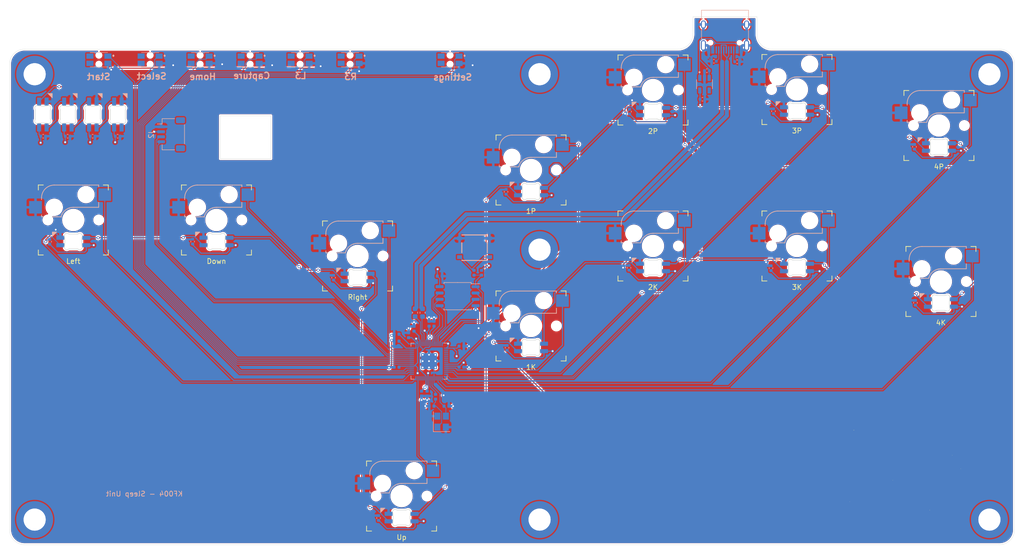
<source format=kicad_pcb>
(kicad_pcb (version 20211014) (generator pcbnew)
  (title_block (title "Crush Counter") (date "2022-01-07") (rev "2.0") (company "Sleep Unit"))
  (layers (0 "F.Cu" signal) (31 "B.Cu" signal) (34 "B.Paste" user) (35 "F.Paste" user) (36 "B.SilkS" user "B.Silkscreen") (37 "F.SilkS" user "F.Silkscreen") (38 "B.Mask" user) (39 "F.Mask" user) (44 "Edge.Cuts" user))
  (net 0 "")
  (net 1 "GND")
  (net 2 "VBUS")
  (net 3 "/XIN")
  (net 4 "/XOUT")
  (net 5 "+3V3")
  (net 6 "+1V1")
  (net 7 "/~{USB_BOOT}")
  (net 8 "/GPIO15")
  (net 9 "/GPIO14")
  (net 10 "/GPIO13")
  (net 11 "/GPIO12")
  (net 12 "/GPIO11")
  (net 13 "/GPIO10")
  (net 14 "/GPIO9")
  (net 15 "/GPIO8")
  (net 16 "/GPIO7")
  (net 17 "/GPIO29_ADC3")
  (net 18 "/GPIO28_ADC2")
  (net 19 "/GPIO27_ADC1")
  (net 20 "/GPIO26_ADC0")
  (net 21 "/GPIO25")
  (net 22 "/GPIO24")
  (net 23 "/GPIO23")
  (net 24 "/GPIO22")
  (net 25 "/GPIO21")
  (net 26 "/GPIO20")
  (net 27 "/GPIO19")
  (net 28 "/GPIO18")
  (net 29 "/GPIO17")
  (net 30 "/GPIO16")
  (net 31 "/QSPI_SS")
  (net 32 "Net-(R3-Pad2)")
  (net 33 "Net-(R4-Pad2)")
  (net 34 "/QSPI_SD3")
  (net 35 "/QSPI_SCLK")
  (net 36 "/QSPI_SD0")
  (net 37 "/QSPI_SD2")
  (net 38 "/QSPI_SD1")
  (net 39 "/USB_D+")
  (net 40 "/USB_D-")
  (net 41 "Net-(C3-Pad1)")
  (net 42 "Net-(J1-PadB5)")
  (net 44 "Net-(J1-PadA5)")
  (net 46 "Net-(D1-Pad2)")
  (net 47 "Net-(D1-Pad4)")
  (net 48 "Net-(D2-Pad2)")
  (net 49 "Net-(D3-Pad2)")
  (net 50 "Net-(D4-Pad2)")
  (net 51 "Net-(D5-Pad2)")
  (net 52 "Net-(D6-Pad2)")
  (net 53 "Net-(D7-Pad2)")
  (net 54 "Net-(D10-Pad4)")
  (net 55 "Net-(D11-Pad4)")
  (net 56 "Net-(D10-Pad2)")
  (net 57 "Net-(D11-Pad2)")
  (net 58 "Net-(D12-Pad2)")
  (net 59 "Net-(D13-Pad2)")
  (net 60 "Net-(D14-Pad2)")
  (footprint "2.0:Kailh_socket_MX" (layer "F.Cu") (at 211.485 72.36)
    (fp_text reference "SW14" hide)
    (fp_text value "3K")
  )
  (footprint "2.0:Kailh_socket_MX" (layer "F.Cu") (at 132.39 122.39)
    (fp_text reference "SW20" hide)
    (fp_text value "Up")
  )
  (footprint "2.0:sleepunit" (layer "F.Cu") (at 233.64 116.39)
    (fp_text reference "G***" hide)
    (fp_text value "LOGO" hide)
  )
  (footprint "2.0:Kailh_socket_MX" (layer "F.Cu") (at 158.285 57.16)
    (fp_text reference "SW2" hide)
    (fp_text value "1P")
  )
  (footprint "2.0:Kailh_socket_MX" (layer "F.Cu") (at 240.285 79.46)
    (fp_text reference "SW18" hide)
    (fp_text value "4K")
  )
  (footprint "2.0:Kailh_socket_MX" (layer "F.Cu") (at 158.285 88.36)
    (fp_text reference "SW4" hide)
    (fp_text value "1K")
  )
  (footprint "2.0:Kailh_socket_MX" (layer "F.Cu") (at 123.59 74.36)
    (fp_text reference "SW12" hide)
    (fp_text value "Right")
  )
  (footprint "2.0:Kailh_socket_MX" (layer "F.Cu") (at 95.355 67.16)
    (fp_text reference "SW7" hide)
    (fp_text value "Down")
  )
  (footprint "2.0:Kailh_socket_MX" (layer "F.Cu") (at 66.72 67.16)
    (fp_text reference "SW3" hide)
    (fp_text value "Left")
  )
  (footprint "2.0:Kailh_socket_MX" (layer "F.Cu") (at 182.685 41.16)
    (fp_text reference "SW8" hide)
    (fp_text value "2P")
  )
  (footprint "2.0:Kailh_socket_MX" (layer "F.Cu") (at 239.885 48.26)
    (fp_text reference "SW17" hide)
    (fp_text value "4P")
  )
  (footprint "2.0:Kailh_socket_MX" (layer "F.Cu") (at 211.485 41.06)
    (fp_text reference "SW13" hide)
    (fp_text value "3P")
  )
  (footprint "2.0:Kailh_socket_MX" (layer "F.Cu") (at 182.685 72.36)
    (fp_text reference "SW9" hide)
    (fp_text value "2K")
  )
  (footprint "Capacitor_SMD:C_0402_1005Metric" (layer "B.Cu") (at 192.57 43)
    (fp_text reference "C4" hide)
    (fp_text value "1u")
  )
  (footprint "Capacitor_SMD:C_0402_1005Metric" (layer "B.Cu") (at 133.79 90.215 90)
    (fp_text reference "C10" hide)
    (fp_text value "1u")
  )
  (footprint "Capacitor_SMD:C_0402_1005Metric" (layer "B.Cu") (at 134.88 88.915 90)
    (fp_text reference "C8" hide)
    (fp_text value "1u")
  )
  (footprint "Capacitor_SMD:C_0402_1005Metric" (layer "B.Cu") (at 144.365 96.6)
    (fp_text reference "C13" hide)
    (fp_text value "100n")
  )
  (footprint "Capacitor_SMD:C_0402_1005Metric" (layer "B.Cu") (at 140.015 78.4)
    (fp_text reference "C5" hide)
    (fp_text value "100n")
  )
  (footprint "Capacitor_SMD:C_0402_1005Metric" (layer "B.Cu") (at 148.38 77.715 -90)
    (fp_text reference "R2" hide)
    (fp_text value "DNF")
  )
  (footprint "Package_SO:SOIC-8_5.23x5.23mm_P1.27mm" (layer "B.Cu") (at 143.6 82.4 180)
    (fp_text reference "U2" hide)
    (fp_text value "W25Q128JVS")
  )
  (footprint "Capacitor_SMD:C_0402_1005Metric" (layer "B.Cu") (at 138.395 104.4 180)
    (fp_text reference "C3" hide)
    (fp_text value "30p")
  )
  (footprint "Capacitor_SMD:C_0402_1005Metric" (layer "B.Cu") (at 146.88 77.715 90)
    (fp_text reference "R1" hide)
    (fp_text value "1k")
  )
  (footprint "Capacitor_SMD:C_0402_1005Metric" (layer "B.Cu") (at 137.88 87.915 90)
    (fp_text reference "C9" hide)
    (fp_text value "100n")
  )
  (footprint "Capacitor_SMD:C_0402_1005Metric" (layer "B.Cu") (at 131.395 96.6 180)
    (fp_text reference "C12" hide)
    (fp_text value "100n")
  )
  (footprint "Capacitor_SMD:C_0402_1005Metric" (layer "B.Cu") (at 137.499 101.885 -90)
    (fp_text reference "C14" hide)
    (fp_text value "100n")
  )
  (footprint "Capacitor_SMD:C_0603_1608Metric" (layer "B.Cu") (at 136.59 85.7 -90)
    (fp_text reference "R3" hide)
    (fp_text value "27")
  )
  (footprint "Capacitor_SMD:C_0402_1005Metric" (layer "B.Cu") (at 136.38 101.885 -90)
    (fp_text reference "C7" hide)
    (fp_text value "100n")
  )
  (footprint "Capacitor_SMD:C_0402_1005Metric" (layer "B.Cu") (at 193.47 37.3 180)
    (fp_text reference "C1" hide)
    (fp_text value "1u")
  )
  (footprint "Capacitor_SMD:C_0402_1005Metric" (layer "B.Cu") (at 144.365 92.4)
    (fp_text reference "C11" hide)
    (fp_text value "100n")
  )
  (footprint "Capacitor_SMD:C_0402_1005Metric" (layer "B.Cu") (at 131.395 90 180)
    (fp_text reference "C16" hide)
    (fp_text value "100n")
  )
  (footprint "RP2040_minimal:RP2040-QFN-56" (layer "B.Cu") (at 137.88 95.4 180)
    (fp_text reference "U3" hide)
    (fp_text value "RP2040")
  )
  (footprint "Capacitor_SMD:C_0402_1005Metric" (layer "B.Cu") (at 141.365 104.4)
    (fp_text reference "C2" hide)
    (fp_text value "30p")
  )
  (footprint "Capacitor_SMD:C_0603_1608Metric" (layer "B.Cu") (at 135.09 85.7 -90)
    (fp_text reference "R4" hide)
    (fp_text value "27")
  )
  (footprint "Capacitor_SMD:C_0402_1005Metric" (layer "B.Cu") (at 138.88 87.915 90)
    (fp_text reference "C6" hide)
    (fp_text value "100n")
  )
  (footprint "Capacitor_SMD:C_0402_1005Metric" (layer "B.Cu") (at 131.395 91.4 180)
    (fp_text reference "C15" hide)
    (fp_text value "100n")
  )
  (footprint "Capacitor_SMD:C_0402_1005Metric" (layer "B.Cu") (at 139.18 102.515 -90)
    (fp_text reference "R5" hide)
    (fp_text value "1k")
  )
  (footprint "Capacitor_SMD:C_0402_1005Metric" (layer "B.Cu") (at 90.59 71.48 90)
    (fp_text reference "C19" hide)
    (fp_text value "100n")
  )
  (footprint "2.0:MX_SK6812MINI-E" (layer "B.Cu") (at 240.285 83.76)
    (fp_text reference "D7" hide)
    (fp_text value "SK6812MINI-E" hide)
    (fp_line (start 0.794452 -1.499999) (end -0.794452 -1.499999) (layer "Edge.Cuts") (width 0.1))
    (fp_line (start 1.699999 0.702843) (end 1.699999 -0.702841) (layer "Edge.Cuts") (width 0.1))
    (fp_line (start -1.699999 -0.702841) (end -1.699999 0.702843) (layer "Edge.Cuts") (width 0.1))
    (fp_line (start -0.794452 1.5) (end 0.794453 1.5) (layer "Edge.Cuts") (width 0.1))
    (fp_arc (start -1.046711 1.5683) (mid -1.638071 1.504036) (end -1.749484 0.919721) (layer "Edge.Cuts") (width 0.1))
    (fp_arc (start 1.046711 -1.568298) (mid 0.925123 -1.517376) (end 0.794452 -1.499999) (layer "Edge.Cuts") (width 0.1))
    (fp_arc (start 1.046711 -1.568298) (mid 1.638072 -1.504034) (end 1.749484 -0.919718) (layer "Edge.Cuts") (width 0.1))
    (fp_arc (start -1.749484 -0.919719) (mid -1.712527 -0.814067) (end -1.699999 -0.702842) (layer "Edge.Cuts") (width 0.1))
    (fp_arc (start 1.699999 -0.702841) (mid 1.712527 -0.814067) (end 1.749484 -0.919719) (layer "Edge.Cuts") (width 0.1))
    (fp_arc (start -1.749484 -0.919719) (mid -1.63807 -1.504033) (end -1.046711 -1.568296) (layer "Edge.Cuts") (width 0.1))
    (fp_arc (start 1.749484 0.919721) (mid 1.63807 1.504035) (end 1.046711 1.568299) (layer "Edge.Cuts") (width 0.1))
    (fp_arc (start -0.794452 -1.499999) (mid -0.925122 -1.517376) (end -1.04671 -1.568298) (layer "Edge.Cuts") (width 0.1))
    (fp_arc (start 1.749484 0.919721) (mid 1.712527 0.814069) (end 1.699999 0.702844) (layer "Edge.Cuts") (width 0.1))
    (fp_arc (start -1.699999 0.702843) (mid -1.712527 0.814069) (end -1.749484 0.919721) (layer "Edge.Cuts") (width 0.1))
    (fp_arc (start -1.046711 1.5683) (mid -0.925123 1.517378) (end -0.794453 1.500001) (layer "Edge.Cuts") (width 0.1))
    (fp_arc (start 0.794453 1.5) (mid 0.925123 1.517377) (end 1.046711 1.568299) (layer "Edge.Cuts") (width 0.1))
  )
  (footprint "Capacitor_SMD:C_0402_1005Metric" (layer "B.Cu") (at 60.69 50.4)
    (fp_text reference "C21" hide)
    (fp_text value "100n")
  )
  (footprint "2.0:MX_SK6812MINI-E" (layer "B.Cu") (at 95.355 71.46)
    (fp_text reference "D4" hide)
    (fp_text value "SK6812MINI-E" hide)
    (fp_line (start 1.699999 0.702843) (end 1.699999 -0.702841) (layer "Edge.Cuts") (width 0.1))
    (fp_line (start -0.794452 1.5) (end 0.794453 1.5) (layer "Edge.Cuts") (width 0.1))
    (fp_line (start 0.794452 -1.499999) (end -0.794452 -1.499999) (layer "Edge.Cuts") (width 0.1))
    (fp_line (start -1.699999 -0.702841) (end -1.699999 0.702843) (layer "Edge.Cuts") (width 0.1))
    (fp_arc (start 1.699999 -0.702841) (mid 1.712527 -0.814067) (end 1.749484 -0.919719) (layer "Edge.Cuts") (width 0.1))
    (fp_arc (start -1.699999 0.702843) (mid -1.712527 0.814069) (end -1.749484 0.919721) (layer "Edge.Cuts") (width 0.1))
    (fp_arc (start -0.794452 -1.499999) (mid -0.925122 -1.517376) (end -1.04671 -1.568298) (layer "Edge.Cuts") (width 0.1))
    (fp_arc (start 1.046711 -1.568298) (mid 0.925123 -1.517376) (end 0.794452 -1.499999) (layer "Edge.Cuts") (width 0.1))
    (fp_arc (start -1.749484 -0.919719) (mid -1.712527 -0.814067) (end -1.699999 -0.702842) (layer "Edge.Cuts") (width 0.1))
    (fp_arc (start 1.749484 0.919721) (mid 1.63807 1.504035) (end 1.046711 1.568299) (layer "Edge.Cuts") (width 0.1))
    (fp_arc (start -1.046711 1.5683) (mid -1.638071 1.504036) (end -1.749484 0.919721) (layer "Edge.Cuts") (width 0.1))
    (fp_arc (start -1.749484 -0.919719) (mid -1.63807 -1.504033) (end -1.046711 -1.568296) (layer "Edge.Cuts") (width 0.1))
    (fp_arc (start 0.794453 1.5) (mid 0.925123 1.517377) (end 1.046711 1.568299) (layer "Edge.Cuts") (width 0.1))
    (fp_arc (start 1.749484 0.919721) (mid 1.712527 0.814069) (end 1.699999 0.702844) (layer "Edge.Cuts") (width 0.1))
    (fp_arc (start -1.046711 1.5683) (mid -0.925123 1.517378) (end -0.794453 1.500001) (layer "Edge.Cuts") (width 0.1))
    (fp_arc (start 1.046711 -1.568298) (mid 1.638072 -1.504034) (end 1.749484 -0.919718) (layer "Edge.Cuts") (width 0.1))
  )
  (footprint "2.0:MX_SK6812MINI-E" (layer "B.Cu") (at 158.285 92.66)
    (fp_text reference "D1" hide)
    (fp_text value "SK6812MINI-E" hide)
    (fp_line (start 1.699999 0.702843) (end 1.699999 -0.702841) (layer "Edge.Cuts") (width 0.1))
    (fp_line (start -0.794452 1.5) (end 0.794453 1.5) (layer "Edge.Cuts") (width 0.1))
    (fp_line (start 0.794452 -1.499999) (end -0.794452 -1.499999) (layer "Edge.Cuts") (width 0.1))
    (fp_line (start -1.699999 -0.702841) (end -1.699999 0.702843) (layer "Edge.Cuts") (width 0.1))
    (fp_arc (start 1.046711 -1.568298) (mid 1.638072 -1.504034) (end 1.749484 -0.919718) (layer "Edge.Cuts") (width 0.1))
    (fp_arc (start 1.699999 -0.702841) (mid 1.712527 -0.814067) (end 1.749484 -0.919719) (layer "Edge.Cuts") (width 0.1))
    (fp_arc (start -1.699999 0.702843) (mid -1.712527 0.814069) (end -1.749484 0.919721) (layer "Edge.Cuts") (width 0.1))
    (fp_arc (start -1.046711 1.5683) (mid -1.638071 1.504036) (end -1.749484 0.919721) (layer "Edge.Cuts") (width 0.1))
    (fp_arc (start 0.794453 1.5) (mid 0.925123 1.517377) (end 1.046711 1.568299) (layer "Edge.Cuts") (width 0.1))
    (fp_arc (start 1.046711 -1.568298) (mid 0.925123 -1.517376) (end 0.794452 -1.499999) (layer "Edge.Cuts") (width 0.1))
    (fp_arc (start 1.749484 0.919721) (mid 1.712527 0.814069) (end 1.699999 0.702844) (layer "Edge.Cuts") (width 0.1))
    (fp_arc (start -1.749484 -0.919719) (mid -1.712527 -0.814067) (end -1.699999 -0.702842) (layer "Edge.Cuts") (width 0.1))
    (fp_arc (start -1.749484 -0.919719) (mid -1.63807 -1.504033) (end -1.046711 -1.568296) (layer "Edge.Cuts") (width 0.1))
    (fp_arc (start -0.794452 -1.499999) (mid -0.925122 -1.517376) (end -1.04671 -1.568298) (layer "Edge.Cuts") (width 0.1))
    (fp_arc (start 1.749484 0.919721) (mid 1.63807 1.504035) (end 1.046711 1.568299) (layer "Edge.Cuts") (width 0.1))
    (fp_arc (start -1.046711 1.5683) (mid -0.925123 1.517378) (end -0.794453 1.500001) (layer "Edge.Cuts") (width 0.1))
  )
  (footprint "Capacitor_SMD:C_0402_1005Metric" (layer "B.Cu") (at 70.59 50.4)
    (fp_text reference "C23" hide)
    (fp_text value "100n")
  )
  (footprint "Mounting_Wuerth:Mounting_Wuerth_WA-SMSI-M3_H2mm_9774020360" (layer "B.Cu") (at 58.99 127.1 180)
    (fp_text reference "H2" hide)
    (fp_text value "MountingHole_Pad")
  )
  (footprint "2.0:MX_SK6812MINI-E" (layer "B.Cu") (at 66.72 71.46)
    (fp_text reference "D2" hide)
    (fp_text value "SK6812MINI-E" hide)
    (fp_line (start 0.794452 -1.499999) (end -0.794452 -1.499999) (layer "Edge.Cuts") (width 0.1))
    (fp_line (start -1.699999 -0.702841) (end -1.699999 0.702843) (layer "Edge.Cuts") (width 0.1))
    (fp_line (start -0.794452 1.5) (end 0.794453 1.5) (layer "Edge.Cuts") (width 0.1))
    (fp_line (start 1.699999 0.702843) (end 1.699999 -0.702841) (layer "Edge.Cuts") (width 0.1))
    (fp_arc (start 1.699999 -0.702841) (mid 1.712527 -0.814067) (end 1.749484 -0.919719) (layer "Edge.Cuts") (width 0.1))
    (fp_arc (start 1.046711 -1.568298) (mid 1.638072 -1.504034) (end 1.749484 -0.919718) (layer "Edge.Cuts") (width 0.1))
    (fp_arc (start 1.749484 0.919721) (mid 1.63807 1.504035) (end 1.046711 1.568299) (layer "Edge.Cuts") (width 0.1))
    (fp_arc (start -1.749484 -0.919719) (mid -1.712527 -0.814067) (end -1.699999 -0.702842) (layer "Edge.Cuts") (width 0.1))
    (fp_arc (start -1.749484 -0.919719) (mid -1.63807 -1.504033) (end -1.046711 -1.568296) (layer "Edge.Cuts") (width 0.1))
    (fp_arc (start -1.699999 0.702843) (mid -1.712527 0.814069) (end -1.749484 0.919721) (layer "Edge.Cuts") (width 0.1))
    (fp_arc (start 1.749484 0.919721) (mid 1.712527 0.814069) (end 1.699999 0.702844) (layer "Edge.Cuts") (width 0.1))
    (fp_arc (start 1.046711 -1.568298) (mid 0.925123 -1.517376) (end 0.794452 -1.499999) (layer "Edge.Cuts") (width 0.1))
    (fp_arc (start 0.794453 1.5) (mid 0.925123 1.517377) (end 1.046711 1.568299) (layer "Edge.Cuts") (width 0.1))
    (fp_arc (start -0.794452 -1.499999) (mid -0.925122 -1.517376) (end -1.04671 -1.568298) (layer "Edge.Cuts") (width 0.1))
    (fp_arc (start -1.046711 1.5683) (mid -0.925123 1.517378) (end -0.794453 1.500001) (layer "Edge.Cuts") (width 0.1))
    (fp_arc (start -1.046711 1.5683) (mid -1.638071 1.504036) (end -1.749484 0.919721) (layer "Edge.Cuts") (width 0.1))
  )
  (footprint "SamacSys_Parts:EVQP7C01P" (layer "B.Cu") (at 92.09 35.1 180)
    (fp_text reference "SW15" hide)
    (fp_text value "Home")
  )
  (footprint "2.0:MX_SK6812MINI-E" (layer "B.Cu") (at 182.685 45.46)
    (fp_text reference "D12" hide)
    (fp_text value "SK6812MINI-E" hide)
    (fp_line (start 1.699999 0.702843) (end 1.699999 -0.702841) (layer "Edge.Cuts") (width 0.1))
    (fp_line (start 0.794452 -1.499999) (end -0.794452 -1.499999) (layer "Edge.Cuts") (width 0.1))
    (fp_line (start -1.699999 -0.702841) (end -1.699999 0.702843) (layer "Edge.Cuts") (width 0.1))
    (fp_line (start -0.794452 1.5) (end 0.794453 1.5) (layer "Edge.Cuts") (width 0.1))
    (fp_arc (start -1.046711 1.5683) (mid -1.638071 1.504036) (end -1.749484 0.919721) (layer "Edge.Cuts") (width 0.1))
    (fp_arc (start -0.794452 -1.499999) (mid -0.925122 -1.517376) (end -1.04671 -1.568298) (layer "Edge.Cuts") (width 0.1))
    (fp_arc (start 1.046711 -1.568298) (mid 1.638072 -1.504034) (end 1.749484 -0.919718) (layer "Edge.Cuts") (width 0.1))
    (fp_arc (start 1.749484 0.919721) (mid 1.63807 1.504035) (end 1.046711 1.568299) (layer "Edge.Cuts") (width 0.1))
    (fp_arc (start 1.699999 -0.702841) (mid 1.712527 -0.814067) (end 1.749484 -0.919719) (layer "Edge.Cuts") (width 0.1))
    (fp_arc (start 1.046711 -1.568298) (mid 0.925123 -1.517376) (end 0.794452 -1.499999) (layer "Edge.Cuts") (width 0.1))
    (fp_arc (start -1.749484 -0.919719) (mid -1.712527 -0.814067) (end -1.699999 -0.702842) (layer "Edge.Cuts") (width 0.1))
    (fp_arc (start -1.749484 -0.919719) (mid -1.63807 -1.504033) (end -1.046711 -1.568296) (layer "Edge.Cuts") (width 0.1))
    (fp_arc (start -1.046711 1.5683) (mid -0.925123 1.517378) (end -0.794453 1.500001) (layer "Edge.Cuts") (width 0.1))
    (fp_arc (start -1.699999 0.702843) (mid -1.712527 0.814069) (end -1.749484 0.919721) (layer "Edge.Cuts") (width 0.1))
    (fp_arc (start 1.749484 0.919721) (mid 1.712527 0.814069) (end 1.699999 0.702844) (layer "Edge.Cuts") (width 0.1))
    (fp_arc (start 0.794453 1.5) (mid 0.925123 1.517377) (end 1.046711 1.568299) (layer "Edge.Cuts") (width 0.1))
  )
  (footprint "2.0:MX_SK6812MINI-E" (layer "B.Cu") (at 75.63 46.06 -90)
    (fp_text reference "D15" hide)
    (fp_text value "SK6812MINI-E" hide)
    (fp_line (start 1.699999 0.702843) (end 1.699999 -0.702841) (layer "Edge.Cuts") (width 0.1))
    (fp_line (start 0.794452 -1.499999) (end -0.794452 -1.499999) (layer "Edge.Cuts") (width 0.1))
    (fp_line (start -1.699999 -0.702841) (end -1.699999 0.702843) (layer "Edge.Cuts") (width 0.1))
    (fp_line (start -0.794452 1.5) (end 0.794453 1.5) (layer "Edge.Cuts") (width 0.1))
    (fp_arc (start 1.749484 0.919721) (mid 1.712527 0.814069) (end 1.699999 0.702844) (layer "Edge.Cuts") (width 0.1))
    (fp_arc (start -1.749484 -0.919719) (mid -1.712527 -0.814067) (end -1.699999 -0.702842) (layer "Edge.Cuts") (width 0.1))
    (fp_arc (start -1.749484 -0.919719) (mid -1.63807 -1.504033) (end -1.046711 -1.568296) (layer "Edge.Cuts") (width 0.1))
    (fp_arc (start -1.046711 1.5683) (mid -1.638071 1.504036) (end -1.749484 0.919721) (layer "Edge.Cuts") (width 0.1))
    (fp_arc (start 0.794453 1.5) (mid 0.925123 1.517377) (end 1.046711 1.568299) (layer "Edge.Cuts") (width 0.1))
    (fp_arc (start 1.046711 -1.568298) (mid 1.638072 -1.504034) (end 1.749484 -0.919718) (layer "Edge.Cuts") (width 0.1))
    (fp_arc (start 1.749484 0.919721) (mid 1.63807 1.504035) (end 1.046711 1.568299) (layer "Edge.Cuts") (width 0.1))
    (fp_arc (start -0.794452 -1.499999) (mid -0.925122 -1.517376) (end -1.04671 -1.568298) (layer "Edge.Cuts") (width 0.1))
    (fp_arc (start -1.699999 0.702843) (mid -1.712527 0.814069) (end -1.749484 0.919721) (layer "Edge.Cuts") (width 0.1))
    (fp_arc (start -1.046711 1.5683) (mid -0.925123 1.517378) (end -0.794453 1.500001) (layer "Edge.Cuts") (width 0.1))
    (fp_arc (start 1.046711 -1.568298) (mid 0.925123 -1.517376) (end 0.794452 -1.499999) (layer "Edge.Cuts") (width 0.1))
    (fp_arc (start 1.699999 -0.702841) (mid 1.712527 -0.814067) (end 1.749484 -0.919719) (layer "Edge.Cuts") (width 0.1))
  )
  (footprint "2.0:MX_SK6812MINI-E" (layer "B.Cu") (at 211.485 45.36)
    (fp_text reference "D14" hide)
    (fp_text value "SK6812MINI-E" hide)
    (fp_line (start 1.699999 0.702843) (end 1.699999 -0.702841) (layer "Edge.Cuts") (width 0.1))
    (fp_line (start 0.794452 -1.499999) (end -0.794452 -1.499999) (layer "Edge.Cuts") (width 0.1))
    (fp_line (start -1.699999 -0.702841) (end -1.699999 0.702843) (layer "Edge.Cuts") (width 0.1))
    (fp_line (start -0.794452 1.5) (end 0.794453 1.5) (layer "Edge.Cuts") (width 0.1))
    (fp_arc (start 0.794453 1.5) (mid 0.925123 1.517377) (end 1.046711 1.568299) (layer "Edge.Cuts") (width 0.1))
    (fp_arc (start 1.046711 -1.568298) (mid 1.638072 -1.504034) (end 1.749484 -0.919718) (layer "Edge.Cuts") (width 0.1))
    (fp_arc (start 1.699999 -0.702841) (mid 1.712527 -0.814067) (end 1.749484 -0.919719) (layer "Edge.Cuts") (width 0.1))
    (fp_arc (start -1.749484 -0.919719) (mid -1.63807 -1.504033) (end -1.046711 -1.568296) (layer "Edge.Cuts") (width 0.1))
    (fp_arc (start -1.749484 -0.919719) (mid -1.712527 -0.814067) (end -1.699999 -0.702842) (layer "Edge.Cuts") (width 0.1))
    (fp_arc (start 1.749484 0.919721) (mid 1.712527 0.814069) (end 1.699999 0.702844) (layer "Edge.Cuts") (width 0.1))
    (fp_arc (start 1.749484 0.919721) (mid 1.63807 1.504035) (end 1.046711 1.568299) (layer "Edge.Cuts") (width 0.1))
    (fp_arc (start -0.794452 -1.499999) (mid -0.925122 -1.517376) (end -1.04671 -1.568298) (layer "Edge.Cuts") (width 0.1))
    (fp_arc (start -1.046711 1.5683) (mid -1.638071 1.504036) (end -1.749484 0.919721) (layer "Edge.Cuts") (width 0.1))
    (fp_arc (start -1.046711 1.5683) (mid -0.925123 1.517378) (end -0.794453 1.500001) (layer "Edge.Cuts") (width 0.1))
    (fp_arc (start -1.699999 0.702843) (mid -1.712527 0.814069) (end -1.749484 0.919721) (layer "Edge.Cuts") (width 0.1))
    (fp_arc (start 1.046711 -1.568298) (mid 0.925123 -1.517376) (end 0.794452 -1.499999) (layer "Edge.Cuts") (width 0.1))
  )
  (footprint "Capacitor_SMD:C_0402_1005Metric" (layer "B.Cu") (at 177.89 76.72 90)
    (fp_text reference "C20" hide)
    (fp_text value "100n")
  )
  (footprint "Mounting_Wuerth:Mounting_Wuerth_WA-SMSI-M3_H2mm_9774020360" (layer "B.Cu") (at 160 38 180)
    (fp_text reference "H3" hide)
    (fp_text value "MountingHole_Pad")
  )
  (footprint "2.0:TS-1187A-B-A-B" (layer "B.Cu") (at 146.99 72.7 180)
    (fp_text reference "SW1" hide)
    (fp_text value "Reset")
  )
  (footprint "SamacSys_Parts:EVQP7C01P" (layer "B.Cu") (at 112.09 35.1 180)
    (fp_text reference "SW6" hide)
    (fp_text value "L3")
  )
  (footprint "SamacSys_Parts:EVQP7C01P" (layer "B.Cu") (at 142.09 35.1 180)
    (fp_text reference "SW16" hide)
    (fp_text value "Settings")
  )
  (footprint "2.0:SOT94P279X129-5N" (layer "B.Cu") (at 192.99 40 -90)
    (fp_text reference "U1" hide)
    (fp_text value "RT9013-33GB")
  )
  (footprint "Capacitor_SMD:C_0402_1005Metric" (layer "B.Cu") (at 61.99 71.5 90)
    (fp_text reference "C27" hide)
    (fp_text value "100n")
  )
  (footprint "Capacitor_SMD:C_0402_1005Metric" (layer "B.Cu") (at 235.19 83.72 90)
    (fp_text reference "C17" hide)
    (fp_text value "100n")
  )
  (footprint "Capacitor_SMD:C_0402_1005Metric" (layer "B.Cu") (at 206.29 76.8 90)
    (fp_text reference "C29" hide)
    (fp_text value "100n")
  )
  (footprint "Capacitor_SMD:C_0402_1005Metric" (layer "B.Cu") (at 127.79 126.78 90)
    (fp_text reference "C25" hide)
    (fp_text value "100n")
  )
  (footprint "Mounting_Wuerth:Mounting_Wuerth_WA-SMSI-M3_H2mm_9774020360" (layer "B.Cu") (at 249.99 127.1 180)
    (fp_text reference "H1" hide)
    (fp_text value "MountingHole_Pad")
  )
  (footprint "Capacitor_SMD:C_0402_1005Metric" (layer "B.Cu") (at 75.59 50.4)
    (fp_text reference "C18" hide)
    (fp_text value "100n")
  )
  (footprint "Capacitor_SMD:C_0402_1005Metric" (layer "B.Cu") (at 206.79 45.4 90)
    (fp_text reference "C22" hide)
    (fp_text value "100n")
  )
  (footprint "Mounting_Wuerth:Mounting_Wuerth_WA-SMSI-M3_H2mm_9774020360" (layer "B.Cu") (at 249.99 38 180)
    (fp_text reference "H5" hide)
    (fp_text value "MountingHole_Pad")
  )
  (footprint "2.0:MX_SK6812MINI-E" (layer "B.Cu") (at 132.39 126.69)
    (fp_text reference "D8" hide)
    (fp_text value "SK6812MINI-E" hide)
    (fp_line (start 1.699999 0.702843) (end 1.699999 -0.702841) (layer "Edge.Cuts") (width 0.1))
    (fp_line (start 0.794452 -1.499999) (end -0.794452 -1.499999) (layer "Edge.Cuts") (width 0.1))
    (fp_line (start -0.794452 1.5) (end 0.794453 1.5) (layer "Edge.Cuts") (width 0.1))
    (fp_line (start -1.699999 -0.702841) (end -1.699999 0.702843) (layer "Edge.Cuts") (width 0.1))
    (fp_arc (start 1.749484 0.919721) (mid 1.712527 0.814069) (end 1.699999 0.702844) (layer "Edge.Cuts") (width 0.1))
    (fp_arc (start -1.046711 1.5683) (mid -0.925123 1.517378) (end -0.794453 1.500001) (layer "Edge.Cuts") (width 0.1))
    (fp_arc (start 1.749484 0.919721) (mid 1.63807 1.504035) (end 1.046711 1.568299) (layer "Edge.Cuts") (width 0.1))
    (fp_arc (start -0.794452 -1.499999) (mid -0.925122 -1.517376) (end -1.04671 -1.568298) (layer "Edge.Cuts") (width 0.1))
    (fp_arc (start -1.699999 0.702843) (mid -1.712527 0.814069) (end -1.749484 0.919721) (layer "Edge.Cuts") (width 0.1))
    (fp_arc (start -1.046711 1.5683) (mid -1.638071 1.504036) (end -1.749484 0.919721) (layer "Edge.Cuts") (width 0.1))
    (fp_arc (start -1.749484 -0.919719) (mid -1.63807 -1.504033) (end -1.046711 -1.568296) (layer "Edge.Cuts") (width 0.1))
    (fp_arc (start 1.699999 -0.702841) (mid 1.712527 -0.814067) (end 1.749484 -0.919719) (layer "Edge.Cuts") (width 0.1))
    (fp_arc (start 1.046711 -1.568298) (mid 1.638072 -1.504034) (end 1.749484 -0.919718) (layer "Edge.Cuts") (width 0.1))
    (fp_arc (start 1.046711 -1.568298) (mid 0.925123 -1.517376) (end 0.794452 -1.499999) (layer "Edge.Cuts") (width 0.1))
    (fp_arc (start -1.749484 -0.919719) (mid -1.712527 -0.814067) (end -1.699999 -0.702842) (layer "Edge.Cuts") (width 0.1))
    (fp_arc (start 0.794453 1.5) (mid 0.925123 1.517377) (end 1.046711 1.568299) (layer "Edge.Cuts") (width 0.1))
  )
  (footprint "Capacitor_SMD:C_0402_1005Metric" (layer "B.Cu") (at 234.99 52.52 90)
    (fp_text reference "C32" hide)
    (fp_text value "100n")
  )
  (footprint "2.0:MX_SK6812MINI-E" (layer "B.Cu") (at 211.485 76.66)
    (fp_text reference "D5" hide)
    (fp_text value "SK6812MINI-E" hide)
    (fp_line (start 0.794452 -1.499999) (end -0.794452 -1.499999) (layer "Edge.Cuts") (width 0.1))
    (fp_line (start 1.699999 0.702843) (end 1.699999 -0.702841) (layer "Edge.Cuts") (width 0.1))
    (fp_line (start -0.794452 1.5) (end 0.794453 1.5) (layer "Edge.Cuts") (width 0.1))
    (fp_line (start -1.699999 -0.702841) (end -1.699999 0.702843) (layer "Edge.Cuts") (width 0.1))
    (fp_arc (start 1.046711 -1.568298) (mid 0.925123 -1.517376) (end 0.794452 -1.499999) (layer "Edge.Cuts") (width 0.1))
    (fp_arc (start -1.046711 1.5683) (mid -1.638071 1.504036) (end -1.749484 0.919721) (layer "Edge.Cuts") (width 0.1))
    (fp_arc (start -0.794452 -1.499999) (mid -0.925122 -1.517376) (end -1.04671 -1.568298) (layer "Edge.Cuts") (width 0.1))
    (fp_arc (start 0.794453 1.5) (mid 0.925123 1.517377) (end 1.046711 1.568299) (layer "Edge.Cuts") (width 0.1))
    (fp_arc (start -1.046711 1.5683) (mid -0.925123 1.517378) (end -0.794453 1.500001) (layer "Edge.Cuts") (width 0.1))
    (fp_arc (start 1.699999 -0.702841) (mid 1.712527 -0.814067) (end 1.749484 -0.919719) (layer "Edge.Cuts") (width 0.1))
    (fp_arc (start -1.699999 0.702843) (mid -1.712527 0.814069) (end -1.749484 0.919721) (layer "Edge.Cuts") (width 0.1))
    (fp_arc (start -1.749484 -0.919719) (mid -1.63807 -1.504033) (end -1.046711 -1.568296) (layer "Edge.Cuts") (width 0.1))
    (fp_arc (start 1.749484 0.919721) (mid 1.712527 0.814069) (end 1.699999 0.702844) (layer "Edge.Cuts") (width 0.1))
    (fp_arc (start -1.749484 -0.919719) (mid -1.712527 -0.814067) (end -1.699999 -0.702842) (layer "Edge.Cuts") (width 0.1))
    (fp_arc (start 1.046711 -1.568298) (mid 1.638072 -1.504034) (end 1.749484 -0.919718) (layer "Edge.Cuts") (width 0.1))
    (fp_arc (start 1.749484 0.919721) (mid 1.63807 1.504035) (end 1.046711 1.568299) (layer "Edge.Cuts") (width 0.1))
  )
  (footprint "2.0:MX_SK6812MINI-E" (layer "B.Cu") (at 182.685 76.66)
    (fp_text reference "D3" hide)
    (fp_text value "SK6812MINI-E" hide)
    (fp_line (start -0.794452 1.5) (end 0.794453 1.5) (layer "Edge.Cuts") (width 0.1))
    (fp_line (start 1.699999 0.702843) (end 1.699999 -0.702841) (layer "Edge.Cuts") (width 0.1))
    (fp_line (start 0.794452 -1.499999) (end -0.794452 -1.499999) (layer "Edge.Cuts") (width 0.1))
    (fp_line (start -1.699999 -0.702841) (end -1.699999 0.702843) (layer "Edge.Cuts") (width 0.1))
    (fp_arc (start 1.749484 0.919721) (mid 1.712527 0.814069) (end 1.699999 0.702844) (layer "Edge.Cuts") (width 0.1))
    (fp_arc (start 1.699999 -0.702841) (mid 1.712527 -0.814067) (end 1.749484 -0.919719) (layer "Edge.Cuts") (width 0.1))
    (fp_arc (start 1.046711 -1.568298) (mid 1.638072 -1.504034) (end 1.749484 -0.919718) (layer "Edge.Cuts") (width 0.1))
    (fp_arc (start -1.749484 -0.919719) (mid -1.712527 -0.814067) (end -1.699999 -0.702842) (layer "Edge.Cuts") (width 0.1))
    (fp_arc (start -1.699999 0.702843) (mid -1.712527 0.814069) (end -1.749484 0.919721) (layer "Edge.Cuts") (width 0.1))
    (fp_arc (start -1.749484 -0.919719) (mid -1.63807 -1.504033) (end -1.046711 -1.568296) (layer "Edge.Cuts") (width 0.1))
    (fp_arc (start 0.794453 1.5) (mid 0.925123 1.517377) (end 1.046711 1.568299) (layer "Edge.Cuts") (width 0.1))
    (fp_arc (start -1.046711 1.5683) (mid -0.925123 1.517378) (end -0.794453 1.500001) (layer "Edge.Cuts") (width 0.1))
    (fp_arc (start -0.794452 -1.499999) (mid -0.925122 -1.517376) (end -1.04671 -1.568298) (layer "Edge.Cuts") (width 0.1))
    (fp_arc (start 1.749484 0.919721) (mid 1.63807 1.504035) (end 1.046711 1.568299) (layer "Edge.Cuts") (width 0.1))
    (fp_arc (start 1.046711 -1.568298) (mid 0.925123 -1.517376) (end 0.794452 -1.499999) (layer "Edge.Cuts") (width 0.1))
    (fp_arc (start -1.046711 1.5683) (mid -1.638071 1.504036) (end -1.749484 0.919721) (layer "Edge.Cuts") (width 0.1))
  )
  (footprint "Capacitor_SMD:C_0402_1005Metric" (layer "B.Cu") (at 118.79 78.7 90)
    (fp_text reference "C30" hide)
    (fp_text value "100n")
  )
  (footprint "Capacitor_SMD:C_0402_1005Metric" (layer "B.Cu") (at 194.87 35.4)
    (fp_text reference "R7" hide)
    (fp_text value "5.1k")
  )
  (footprint "Capacitor_SMD:C_0402_1005Metric" (layer "B.Cu") (at 177.99 45.48 90)
    (fp_text reference "C31" hide)
    (fp_text value "100n")
  )
  (footprint "Capacitor_SMD:C_0402_1005Metric" (layer "B.Cu") (at 153.29 61.52 90)
    (fp_text reference "C28" hide)
    (fp_text value "100n")
  )
  (footprint "2.0:MX_SK6812MINI-E" (layer "B.Cu") (at 123.59 78.66)
    (fp_text reference "D6" hide)
    (fp_text value "SK6812MINI-E" hide)
    (fp_line (start 1.699999 0.702843) (end 1.699999 -0.702841) (layer "Edge.Cuts") (width 0.1))
    (fp_line (start -1.699999 -0.702841) (end -1.699999 0.702843) (layer "Edge.Cuts") (width 0.1))
    (fp_line (start -0.794452 1.5) (end 0.794453 1.5) (layer "Edge.Cuts") (width 0.1))
    (fp_line (start 0.794452 -1.499999) (end -0.794452 -1.499999) (layer "Edge.Cuts") (width 0.1))
    (fp_arc (start -1.046711 1.5683) (mid -1.638071 1.504036) (end -1.749484 0.919721) (layer "Edge.Cuts") (width 0.1))
    (fp_arc (start 1.046711 -1.568298) (mid 0.925123 -1.517376) (end 0.794452 -1.499999) (layer "Edge.Cuts") (width 0.1))
    (fp_arc (start 1.046711 -1.568298) (mid 1.638072 -1.504034) (end 1.749484 -0.919718) (layer "Edge.Cuts") (width 0.1))
    (fp_arc (start 1.749484 0.919721) (mid 1.63807 1.504035) (end 1.046711 1.568299) (layer "Edge.Cuts") (width 0.1))
    (fp_arc (start -1.046711 1.5683) (mid -0.925123 1.517378) (end -0.794453 1.500001) (layer "Edge.Cuts") (width 0.1))
    (fp_arc (start -1.699999 0.702843) (mid -1.712527 0.814069) (end -1.749484 0.919721) (layer "Edge.Cuts") (width 0.1))
    (fp_arc (start -1.749484 -0.919719) (mid -1.63807 -1.504033) (end -1.046711 -1.568296) (layer "Edge.Cuts") (width 0.1))
    (fp_arc (start 1.749484 0.919721) (mid 1.712527 0.814069) (end 1.699999 0.702844) (layer "Edge.Cuts") (width 0.1))
    (fp_arc (start -1.749484 -0.919719) (mid -1.712527 -0.814067) (end -1.699999 -0.702842) (layer "Edge.Cuts") (width 0.1))
    (fp_arc (start -0.794452 -1.499999) (mid -0.925122 -1.517376) (end -1.04671 -1.568298) (layer "Edge.Cuts") (width 0.1))
    (fp_arc (start 0.794453 1.5) (mid 0.925123 1.517377) (end 1.046711 1.568299) (layer "Edge.Cuts") (width 0.1))
    (fp_arc (start 1.699999 -0.702841) (mid 1.712527 -0.814067) (end 1.749484 -0.919719) (layer "Edge.Cuts") (width 0.1))
  )
  (footprint "Connector_JST:JST_SH_SM04B-SRSS-TB_1x04-1MP_P1.00mm_Horizontal" (layer "B.Cu") (at 86.28 50.01 -90)
    (fp_text reference "J2")
    (fp_text value "Stemma QT")
  )
  (footprint "Capacitor_SMD:C_0402_1005Metric" (layer "B.Cu") (at 65.59 50.4)
    (fp_text reference "C24" hide)
    (fp_text value "100n")
  )
  (footprint "Mounting_Wuerth:Mounting_Wuerth_WA-SMSI-M3_H2mm_9774020360" (layer "B.Cu") (at 160 127.1 180)
    (fp_text reference "H7" hide)
    (fp_text value "MountingHole_Pad")
  )
  (footprint "SamacSys_Parts:EVQP7C01P" (layer "B.Cu") (at 122.09 35.1 180)
    (fp_text reference "SW11" hide)
    (fp_text value "R3")
  )
  (footprint "Mounting_Wuerth:Mounting_Wuerth_WA-SMSI-M3_H2mm_9774020360" (layer "B.Cu") (at 160 73.1 180)
    (fp_text reference "H6" hide)
    (fp_text value "MountingHole_Pad")
  )
  (footprint "2.0:MX_SK6812MINI-E" (layer "B.Cu") (at 158.285 61.46)
    (fp_text reference "D10" hide)
    (fp_text value "SK6812MINI-E" hide)
    (fp_line (start -1.699999 -0.702841) (end -1.699999 0.702843) (layer "Edge.Cuts") (width 0.1))
    (fp_line (start 0.794452 -1.499999) (end -0.794452 -1.499999) (layer "Edge.Cuts") (width 0.1))
    (fp_line (start 1.699999 0.702843) (end 1.699999 -0.702841) (layer "Edge.Cuts") (width 0.1))
    (fp_line (start -0.794452 1.5) (end 0.794453 1.5) (layer "Edge.Cuts") (width 0.1))
    (fp_arc (start -1.699999 0.702843) (mid -1.712527 0.814069) (end -1.749484 0.919721) (layer "Edge.Cuts") (width 0.1))
    (fp_arc (start 1.046711 -1.568298) (mid 0.925123 -1.517376) (end 0.794452 -1.499999) (layer "Edge.Cuts") (width 0.1))
    (fp_arc (start 1.046711 -1.568298) (mid 1.638072 -1.504034) (end 1.749484 -0.919718) (layer "Edge.Cuts") (width 0.1))
    (fp_arc (start -0.794452 -1.499999) (mid -0.925122 -1.517376) (end -1.04671 -1.568298) (layer "Edge.Cuts") (width 0.1))
    (fp_arc (start -1.046711 1.5683) (mid -1.638071 1.504036) (end -1.749484 0.919721) (layer "Edge.Cuts") (width 0.1))
    (fp_arc (start -1.749484 -0.919719) (mid -1.63807 -1.504033) (end -1.046711 -1.568296) (layer "Edge.Cuts") (width 0.1))
    (fp_arc (start 1.749484 0.919721) (mid 1.712527 0.814069) (end 1.699999 0.702844) (layer "Edge.Cuts") (width 0.1))
    (fp_arc (start 1.749484 0.919721) (mid 1.63807 1.504035) (end 1.046711 1.568299) (layer "Edge.Cuts") (width 0.1))
    (fp_arc (start -1.046711 1.5683) (mid -0.925123 1.517378) (end -0.794453 1.500001) (layer "Edge.Cuts") (width 0.1))
    (fp_arc (start 0.794453 1.5) (mid 0.925123 1.517377) (end 1.046711 1.568299) (layer "Edge.Cuts") (width 0.1))
    (fp_arc (start -1.749484 -0.919719) (mid -1.712527 -0.814067) (end -1.699999 -0.702842) (layer "Edge.Cuts") (width 0.1))
    (fp_arc (start 1.699999 -0.702841) (mid 1.712527 -0.814067) (end 1.749484 -0.919719) (layer "Edge.Cuts") (width 0.1))
  )
  (footprint "SamacSys_Parts:EVQP7C01P" (layer "B.Cu") (at 71.84 35.1 180)
    (fp_text reference "SW5" hide)
    (fp_text value "Start")
  )
  (footprint "Connector_USB:USB_C_Receptacle_HRO_TYPE-C-31-M-12" (layer "B.Cu") (at 197.09 29.1)
    (fp_text reference "J1" hide)
    (fp_text value "USB_C_Receptacle_USB2.0")
  )
  (footprint "2.0:MX_SK6812MINI-E" (layer "B.Cu") (at 239.885 52.56)
    (fp_text reference "D16" hide)
    (fp_text value "SK6812MINI-E" hide)
    (fp_line (start -1.699999 -0.702841) (end -1.699999 0.702843) (layer "Edge.Cuts") (width 0.1))
    (fp_line (start -0.794452 1.5) (end 0.794453 1.5) (layer "Edge.Cuts") (width 0.1))
    (fp_line (start 0.794452 -1.499999) (end -0.794452 -1.499999) (layer "Edge.Cuts") (width 0.1))
    (fp_line (start 1.699999 0.702843) (end 1.699999 -0.702841) (layer "Edge.Cuts") (width 0.1))
    (fp_arc (start -0.794452 -1.499999) (mid -0.925122 -1.517376) (end -1.04671 -1.568298) (layer "Edge.Cuts") (width 0.1))
    (fp_arc (start 1.749484 0.919721) (mid 1.712527 0.814069) (end 1.699999 0.702844) (layer "Edge.Cuts") (width 0.1))
    (fp_arc (start -1.749484 -0.919719) (mid -1.712527 -0.814067) (end -1.699999 -0.702842) (layer "Edge.Cuts") (width 0.1))
    (fp_arc (start 1.749484 0.919721) (mid 1.63807 1.504035) (end 1.046711 1.568299) (layer "Edge.Cuts") (width 0.1))
    (fp_arc (start 1.699999 -0.702841) (mid 1.712527 -0.814067) (end 1.749484 -0.919719) (layer "Edge.Cuts") (width 0.1))
    (fp_arc (start 1.046711 -1.568298) (mid 1.638072 -1.504034) (end 1.749484 -0.919718) (layer "Edge.Cuts") (width 0.1))
    (fp_arc (start -1.749484 -0.919719) (mid -1.63807 -1.504033) (end -1.046711 -1.568296) (layer "Edge.Cuts") (width 0.1))
    (fp_arc (start -1.046711 1.5683) (mid -0.925123 1.517378) (end -0.794453 1.500001) (layer "Edge.Cuts") (width 0.1))
    (fp_arc (start -1.699999 0.702843) (mid -1.712527 0.814069) (end -1.749484 0.919721) (layer "Edge.Cuts") (width 0.1))
    (fp_arc (start 1.046711 -1.568298) (mid 0.925123 -1.517376) (end 0.794452 -1.499999) (layer "Edge.Cuts") (width 0.1))
    (fp_arc (start 0.794453 1.5) (mid 0.925123 1.517377) (end 1.046711 1.568299) (layer "Edge.Cuts") (width 0.1))
    (fp_arc (start -1.046711 1.5683) (mid -1.638071 1.504036) (end -1.749484 0.919721) (layer "Edge.Cuts") (width 0.1))
  )
  (footprint "Mounting_Wuerth:Mounting_Wuerth_WA-SMSI-M3_H2mm_9774020360" (layer "B.Cu") (at 58.99 38 180)
    (fp_text reference "H4" hide)
    (fp_text value "MountingHole_Pad" hide)
  )
  (footprint "2.0:MX_SK6812MINI-E" (layer "B.Cu") (at 65.63 46.06 -90)
    (fp_text reference "D11" hide)
    (fp_text value "SK6812MINI-E" hide)
    (fp_line (start 0.794452 -1.499999) (end -0.794452 -1.499999) (layer "Edge.Cuts") (width 0.1))
    (fp_line (start 1.699999 0.702843) (end 1.699999 -0.702841) (layer "Edge.Cuts") (width 0.1))
    (fp_line (start -1.699999 -0.702841) (end -1.699999 0.702843) (layer "Edge.Cuts") (width 0.1))
    (fp_line (start -0.794452 1.5) (end 0.794453 1.5) (layer "Edge.Cuts") (width 0.1))
    (fp_arc (start -1.749484 -0.919719) (mid -1.63807 -1.504033) (end -1.046711 -1.568296) (layer "Edge.Cuts") (width 0.1))
    (fp_arc (start -1.749484 -0.919719) (mid -1.712527 -0.814067) (end -1.699999 -0.702842) (layer "Edge.Cuts") (width 0.1))
    (fp_arc (start 1.749484 0.919721) (mid 1.63807 1.504035) (end 1.046711 1.568299) (layer "Edge.Cuts") (width 0.1))
    (fp_arc (start -1.046711 1.5683) (mid -1.638071 1.504036) (end -1.749484 0.919721) (layer "Edge.Cuts") (width 0.1))
    (fp_arc (start -0.794452 -1.499999) (mid -0.925122 -1.517376) (end -1.04671 -1.568298) (layer "Edge.Cuts") (width 0.1))
    (fp_arc (start 1.046711 -1.568298) (mid 0.925123 -1.517376) (end 0.794452 -1.499999) (layer "Edge.Cuts") (width 0.1))
    (fp_arc (start 0.794453 1.5) (mid 0.925123 1.517377) (end 1.046711 1.568299) (layer "Edge.Cuts") (width 0.1))
    (fp_arc (start 1.749484 0.919721) (mid 1.712527 0.814069) (end 1.699999 0.702844) (layer "Edge.Cuts") (width 0.1))
    (fp_arc (start 1.699999 -0.702841) (mid 1.712527 -0.814067) (end 1.749484 -0.919719) (layer "Edge.Cuts") (width 0.1))
    (fp_arc (start 1.046711 -1.568298) (mid 1.638072 -1.504034) (end 1.749484 -0.919718) (layer "Edge.Cuts") (width 0.1))
    (fp_arc (start -1.699999 0.702843) (mid -1.712527 0.814069) (end -1.749484 0.919721) (layer "Edge.Cuts") (width 0.1))
    (fp_arc (start -1.046711 1.5683) (mid -0.925123 1.517378) (end -0.794453 1.500001) (layer "Edge.Cuts") (width 0.1))
  )
  (footprint "Capacitor_SMD:C_0402_1005Metric" (layer "B.Cu") (at 153.49 92.72 90)
    (fp_text reference "C26" hide)
    (fp_text value "100n")
  )
  (footprint "SamacSys_Parts:EVQP7C01P" (layer "B.Cu") (at 82.09 35.1 180)
    (fp_text reference "SW10" hide)
    (fp_text value "Select")
  )
  (footprint "Crystal:Crystal_SMD_3225-4Pin_3.2x2.5mm" (layer "B.Cu") (at 140.395 107.5 90)
    (fp_text reference "Y1" hide)
    (fp_text value "Crystal_GND24")
  )
  (footprint "Capacitor_SMD:C_0402_1005Metric" (layer "B.Cu") (at 199.51 35.5 180)
    (fp_text reference "R6" hide)
    (fp_text value "5.1k")
  )
  (footprint "2.0:MX_SK6812MINI-E" (layer "B.Cu") (at 70.63 46.06 -90)
    (fp_text reference "D13" hide)
    (fp_text value "SK6812MINI-E" hide)
    (fp_line (start 1.699999 0.702843) (end 1.699999 -0.702841) (layer "Edge.Cuts") (width 0.1))
    (fp_line (start 0.794452 -1.499999) (end -0.794452 -1.499999) (layer "Edge.Cuts") (width 0.1))
    (fp_line (start -1.699999 -0.702841) (end -1.699999 0.702843) (layer "Edge.Cuts") (width 0.1))
    (fp_line (start -0.794452 1.5) (end 0.794453 1.5) (layer "Edge.Cuts") (width 0.1))
    (fp_arc (start 0.794453 1.5) (mid 0.925123 1.517377) (end 1.046711 1.568299) (layer "Edge.Cuts") (width 0.1))
    (fp_arc (start -1.046711 1.5683) (mid -0.925123 1.517378) (end -0.794453 1.500001) (layer "Edge.Cuts") (width 0.1))
    (fp_arc (start -0.794452 -1.499999) (mid -0.925122 -1.517376) (end -1.04671 -1.568298) (layer "Edge.Cuts") (width 0.1))
    (fp_arc (start 1.749484 0.919721) (mid 1.712527 0.814069) (end 1.699999 0.702844) (layer "Edge.Cuts") (width 0.1))
    (fp_arc (start -1.749484 -0.919719) (mid -1.712527 -0.814067) (end -1.699999 -0.702842) (layer "Edge.Cuts") (width 0.1))
    (fp_arc (start -1.749484 -0.919719) (mid -1.63807 -1.504033) (end -1.046711 -1.568296) (layer "Edge.Cuts") (width 0.1))
    (fp_arc (start -1.699999 0.702843) (mid -1.712527 0.814069) (end -1.749484 0.919721) (layer "Edge.Cuts") (width 0.1))
    (fp_arc (start 1.749484 0.919721) (mid 1.63807 1.504035) (end 1.046711 1.568299) (layer "Edge.Cuts") (width 0.1))
    (fp_arc (start 1.699999 -0.702841) (mid 1.712527 -0.814067) (end 1.749484 -0.919719) (layer "Edge.Cuts") (width 0.1))
    (fp_arc (start 1.046711 -1.568298) (mid 0.925123 -1.517376) (end 0.794452 -1.499999) (layer "Edge.Cuts") (width 0.1))
    (fp_arc (start 1.046711 -1.568298) (mid 1.638072 -1.504034) (end 1.749484 -0.919718) (layer "Edge.Cuts") (width 0.1))
    (fp_arc (start -1.046711 1.5683) (mid -1.638071 1.504036) (end -1.749484 0.919721) (layer "Edge.Cuts") (width 0.1))
  )
  (footprint "2.0:MX_SK6812MINI-E" (layer "B.Cu") (at 60.63 46.06 -90)
    (fp_text reference "D9" hide)
    (fp_text value "SK6812MINI-E" hide)
    (fp_line (start 0.794452 -1.499999) (end -0.794452 -1.499999) (layer "Edge.Cuts") (width 0.1))
    (fp_line (start -1.699999 -0.702841) (end -1.699999 0.702843) (layer "Edge.Cuts") (width 0.1))
    (fp_line (start -0.794452 1.5) (end 0.794453 1.5) (layer "Edge.Cuts") (width 0.1))
    (fp_line (start 1.699999 0.702843) (end 1.699999 -0.702841) (layer "Edge.Cuts") (width 0.1))
    (fp_arc (start -1.749484 -0.919719) (mid -1.63807 -1.504033) (end -1.046711 -1.568296) (layer "Edge.Cuts") (width 0.1))
    (fp_arc (start 1.699999 -0.702841) (mid 1.712527 -0.814067) (end 1.749484 -0.919719) (layer "Edge.Cuts") (width 0.1))
    (fp_arc (start 1.749484 0.919721) (mid 1.712527 0.814069) (end 1.699999 0.702844) (layer "Edge.Cuts") (width 0.1))
    (fp_arc (start -0.794452 -1.499999) (mid -0.925122 -1.517376) (end -1.04671 -1.568298) (layer "Edge.Cuts") (width 0.1))
    (fp_arc (start -1.046711 1.5683) (mid -0.925123 1.517378) (end -0.794453 1.500001) (layer "Edge.Cuts") (width 0.1))
    (fp_arc (start 0.794453 1.5) (mid 0.925123 1.517377) (end 1.046711 1.568299) (layer "Edge.Cuts") (width 0.1))
    (fp_arc (start -1.749484 -0.919719) (mid -1.712527 -0.814067) (end -1.699999 -0.702842) (layer "Edge.Cuts") (width 0.1))
    (fp_arc (start -1.046711 1.5683) (mid -1.638071 1.504036) (end -1.749484 0.919721) (layer "Edge.Cuts") (width 0.1))
    (fp_arc (start -1.699999 0.702843) (mid -1.712527 0.814069) (end -1.749484 0.919721) (layer "Edge.Cuts") (width 0.1))
    (fp_arc (start 1.046711 -1.568298) (mid 1.638072 -1.504034) (end 1.749484 -0.919718) (layer "Edge.Cuts") (width 0.1))
    (fp_arc (start 1.046711 -1.568298) (mid 0.925123 -1.517376) (end 0.794452 -1.499999) (layer "Edge.Cuts") (width 0.1))
    (fp_arc (start 1.749484 0.919721) (mid 1.63807 1.504035) (end 1.046711 1.568299) (layer "Edge.Cuts") (width 0.1))
  )
  (footprint "SamacSys_Parts:EVQP7C01P" (layer "B.Cu") (at 102.09 35.1 180)
    (fp_text reference "SW19" hide)
    (fp_text value "Capture")
  )
  (gr_line (start 206.39 33) (end 252.092494 33) (layer "Edge.Cuts") (width 0.05))
  (gr_line (start 53.99 35.939072) (end 53.99 129.097918) (layer "Edge.Cuts") (width 0.05))
  (gr_arc (start 252.092494 33) (mid 254.170408 33.905806) (end 254.99 36.019211) (layer "Edge.Cuts") (width 0.05))
  (gr_line (start 96.13 54.9) (end 96.13 46.29) (layer "Edge.Cuts") (width 0.05))
  (gr_arc (start 56.929072 132.099999) (mid 54.833945 131.211419) (end 53.99 129.097918) (layer "Edge.Cuts") (width 0.05))
  (gr_arc (start 254.99 129.160928) (mid 254.10142 131.256055) (end 251.987919 132.1) (layer "Edge.Cuts") (width 0.05))
  (gr_line (start 106.25 54.9) (end 96.13 54.9) (layer "Edge.Cuts") (width 0.05))
  (gr_line (start 57.003501 33) (end 187.676595 33) (layer "Edge.Cuts") (width 0.05))
  (gr_line (start 190.69 26.5) (end 190.687506 29.922086) (layer "Edge.Cuts") (width 0.05))
  (gr_arc (start 53.99 35.939072) (mid 54.88429 33.841566) (end 57.003501 33) (layer "Edge.Cuts") (width 0.05))
  (gr_line (start 254.99 129.160928) (end 254.99 36.019211) (layer "Edge.Cuts") (width 0.05))
  (gr_line (start 251.987919 132.1) (end 56.929072 132.099999) (layer "Edge.Cuts") (width 0.05))
  (gr_line (start 203.49 26.5) (end 190.69 26.5) (layer "Edge.Cuts") (width 0.05))
  (gr_arc (start 206.39 33) (mid 204.312086 32.094194) (end 203.492494 29.980789) (layer "Edge.Cuts") (width 0.05))
  (gr_arc (start 190.687506 29.922086) (mid 189.823444 32.088474) (end 187.676595 33) (layer "Edge.Cuts") (width 0.05))
  (gr_line (start 106.25 54.9) (end 106.25 46.29) (layer "Edge.Cuts") (width 0.05))
  (gr_line (start 106.25 46.29) (end 96.13 46.29) (layer "Edge.Cuts") (width 0.05))
  (gr_line (start 203.49 26.5) (end 203.492494 29.980789) (layer "Edge.Cuts") (width 0.05))
  (gr_text "KF004 - Sleep Unit" (at 80.95 121.95) (layer "B.SilkS") (effects (font (size 1 1)) (justify mirror)))
  (segment (start 123.9 37.4) (end 145.4 37.4) (width 0.2) (layer "F.Cu") (net 1))
  (segment (start 96.5 36) (end 95.700479 36.799521) (width 0.2) (layer "F.Cu") (net 1))
  (segment (start 130.4045 96.1805) (end 130.4045 91.233702) (width 0.2) (layer "F.Cu") (net 1))
  (segment (start 147.8 85.8) (end 147.8 88.8) (width 0.2) (layer "F.Cu") (net 1))
  (segment (start 74.600479 36.799521) (end 74.3 37.1) (width 0.2) (layer "F.Cu") (net 1))
  (segment (start 205.3 75.6) (end 205.9 75) (width 0.2) (layer "F.Cu") (net 1))
  (segment (start 86.100479 36.799521) (end 74.600479 36.799521) (width 0.2) (layer "F.Cu") (net 1))
  (segment (start 145.4 37.4) (end 146.6 36.2) (width 0.2) (layer "F.Cu") (net 1))
  (segment (start 97.299521 36.799521) (end 96.5 36) (width 0.2) (layer "F.Cu") (net 1))
  (segment (start 105.900479 36.799521) (end 97.299521 36.799521) (width 0.2) (layer "F.Cu") (net 1))
  (segment (start 177.1 45.9) (end 177.1 44.6) (width 0.2) (layer "F.Cu") (net 1))
  (segment (start 123.9 37.4) (end 117.2 37.4) (width 0.2) (layer "F.Cu") (net 1))
  (segment (start 147.2 85.2) (end 147.8 85.8) (width 0.2) (layer "F.Cu") (net 1))
  (segment (start 117.2 37.4) (end 116.2 36.4) (width 0.2) (layer "F.Cu") (net 1))
  (segment (start 95.700479 36.799521) (end 87.299521 36.799521) (width 0.2) (layer "F.Cu") (net 1))
  (segment (start 87.299521 36.799521) (end 86.7 36.2) (width 0.2) (layer "F.Cu") (net 1))
  (segment (start 115.800479 36.799521) (end 107.099521 36.799521) (width 0.2) (layer "F.Cu") (net 1))
  (segment (start 176.7 76.7) (end 176.7 76.1) (width 0.2) (layer "F.Cu") (net 1))
  (segment (start 61.2 71.5) (end 61.2 71.1) (width 0.2) (layer "F.Cu") (net 1))
  (segment (start 86.7 36.2) (end 86.100479 36.799521) (width 0.2) (layer "F.Cu") (net 1))
  (segment (start 106.5 36.2) (end 105.900479 36.799521) (width 0.2) (layer "F.Cu") (net 1))
  (segment (start 177.1 44.6) (end 178.5 43.2) (width 0.2) (layer "F.Cu") (net 1))
  (segment (start 107.099521 36.799521) (end 106.5 36.2) (width 0.2) (layer "F.Cu") (net 1))
  (segment (start 61.2 71.1) (end 63.2 69.1) (width 0.2) (layer "F.Cu") (net 1))
  (segment (start 129.88 96.705) (end 130.4045 96.1805) (width 0.2) (layer "F.Cu") (net 1))
  (segment (start 205.9 75) (end 208.6 75) (width 0.2) (layer "F.Cu") (net 1))
  (segment (start 176.7 76.1) (end 178.1 74.7) (width 0.2) (layer "F.Cu") (net 1))
  (segment (start 116.2 36.4) (end 115.800479 36.799521) (width 0.2) (layer "F.Cu") (net 1))
  (via (at 205.3 75.6) (size 0.6) (drill 0.35) (layers "F.Cu" "B.Cu") (net 1))
  (via (at 61.2 71.5) (size 0.6) (drill 0.35) (layers "F.Cu" "B.Cu") (net 1))
  (via (at 123.9 37.4) (size 0.6) (drill 0.35) (layers "F.Cu" "B.Cu") (net 1))
  (via (at 178.5 43.2) (size 0.6) (drill 0.35) (layers "F.Cu" "B.Cu") (net 1))
  (via (at 142.706 104.4) (size 0.6) (drill 0.35) (layers "F.Cu" "B.Cu") (net 1))
  (via (at 96.5 36) (size 0.6) (drill 0.35) (layers "F.Cu" "B.Cu") (net 1))
  (via (at 145.88 92.4) (size 0.6) (drill 0.35) (layers "F.Cu" "B.Cu") (net 1))
  (via (at 146.6 36.2) (size 0.6) (drill 0.35) (layers "F.Cu" "B.Cu") (net 1))
  (via (at 138.88 86.600008) (size 0.6) (drill 0.35) (layers "F.Cu" "B.Cu") (net 1))
  (via (at 136.38 103.182004) (size 0.6) (drill 0.35) (layers "F.Cu" "B.Cu") (net 1))
  (via (at 134.88 87.6) (size 0.6) (drill 0.35) (layers "F.Cu" "B.Cu") (net 1))
  (via (at 129.88 96.705) (size 0.6) (drill 0.35) (layers "F.Cu" "B.Cu") (net 1))
  (via (at 177.1 45.9) (size 0.6) (drill 0.35) (layers "F.Cu" "B.Cu") (net 1))
  (via (at 130.4045 91.233702) (size 0.6) (drill 0.35) (layers "F.Cu" "B.Cu") (net 1))
  (via (at 130.4045 90.250952) (size 0.6) (drill 0.35) (layers "F.Cu" "B.Cu") (net 1))
  (via (at 133.79 88.8) (size 0.6) (drill 0.35) (layers "F.Cu" "B.Cu") (net 1))
  (via (at 106.5 36.2) (size 0.6) (drill 0.35) (layers "F.Cu" "B.Cu") (net 1))
  (via (at 178.1 74.7) (size 0.6) (drill 0.35) (layers "F.Cu" "B.Cu") (net 1))
  (via (at 145.88 96.6) (size 0.6) (drill 0.35) (layers "F.Cu" "B.Cu") (net 1))
  (via (at 140.801 102.2295) (size 0.6) (drill 0.35) (layers "F.Cu" "B.Cu") (net 1))
  (via (at 176.7 76.7) (size 0.6) (drill 0.35) (layers "F.Cu" "B.Cu") (net 1))
  (via (at 137.499006 103.18199) (size 0.6) (drill 0.35) (layers "F.Cu" "B.Cu") (net 1))
  (via (at 137.88 86.6) (size 0.6) (drill 0.35) (layers "F.Cu" "B.Cu") (net 1))
  (via (at 63.2 69.1) (size 0.6) (drill 0.35) (layers "F.Cu" "B.Cu") (net 1))
  (via (at 86.7 36.2) (size 0.6) (drill 0.35) (layers "F.Cu" "B.Cu") (net 1))
  (via (at 147.8 88.8) (size 0.6) (drill 0.35) (layers "F.Cu" "B.Cu") (net 1))
  (via (at 116.2 36.4) (size 0.6) (drill 0.35) (layers "F.Cu" "B.Cu") (net 1))
  (via (at 74.3 37.1) (size 0.6) (drill 0.35) (layers "F.Cu" "B.Cu") (net 1))
  (via (at 208.6 75) (size 0.6) (drill 0.35) (layers "F.Cu" "B.Cu") (net 1))
  (via (at 137.118 104.3885) (size 0.6) (drill 0.35) (layers "F.Cu" "B.Cu") (net 1))
  (via (at 147.2 85.2) (size 0.6) (drill 0.35) (layers "F.Cu" "B.Cu") (net 1))
  (segment (start 144.85 96.6) (end 145.88 96.6) (width 0.2) (layer "B.Cu") (net 1))
  (segment (start 138.88 87.43) (end 138.88 86.600008) (width 0.2) (layer "B.Cu") (net 1))
  (segment (start 130.91 91.4) (end 130.570798 91.4) (width 0.15) (layer "B.Cu") (net 1))
  (segment (start 147.8 88.8) (end 147.8 88.745) (width 0.2) (layer "B.Cu") (net 1))
  (segment (start 133.79 89.7) (end 133.79 88.87) (width 0.2) (layer "B.Cu") (net 1))
  (segment (start 147.8 88.745) (end 150.725 85.82) (width 0.2) (layer "B.Cu") (net 1))
  (segment (start 208.6 75.625001) (end 208.885 75.910001) (width 0.2) (layer "B.Cu") (net 1))
  (segment (start 177.89 76.24) (end 177.16 76.24) (width 0.2) (layer "B.Cu") (net 1))
  (segment (start 130.805 96.705) (end 129.88 96.705) (width 0.2) (layer "B.Cu") (net 1))
  (segment (start 180.010001 44.710001) (end 180.085 44.710001) (width 0.2) (layer "B.Cu") (net 1))
  (segment (start 130.655452 90) (end 130.4045 90.250952) (width 0.2) (layer "B.Cu") (net 1))
  (segment (start 130.91 96.6) (end 130.805 96.705) (width 0.2) (layer "B.Cu") (net 1))
  (segment (start 146.225 35.825) (end 143.89 35.825) (width 0.2) (layer "B.Cu") (net 1))
  (segment (start 136.38 102.37) (end 136.38 103.182004) (width 0.2) (layer "B.Cu") (net 1))
  (segment (start 178.5 43.2) (end 180.010001 44.710001) (width 0.2) (layer "B.Cu") (net 1))
  (segment (start 138.88 98.8375) (end 138.88 96.95) (width 0.15) (layer "B.Cu") (net 1))
  (segment (start 96.5 36) (end 96.325 35.825) (width 0.2) (layer "B.Cu") (net 1))
  (segment (start 130.570798 91.4) (end 130.4045 91.233702) (width 0.15) (layer "B.Cu") (net 1))
  (segment (start 146.6 36.2) (end 146.225 35.825) (width 0.2) (layer "B.Cu") (net 1))
  (segment (start 137.499 102.37) (end 137.499 103.181984) (width 0.2) (layer "B.Cu") (net 1))
  (segment (start 177.99 45.01) (end 177.1 45.9) (width 0.2) (layer "B.Cu") (net 1))
  (segment (start 123.89 37.39) (end 123.9 37.4) (width 0.2) (layer "B.Cu") (net 1))
  (segment (start 206.29 76.32) (end 206.02 76.32) (width 0.2) (layer "B.Cu") (net 1))
  (segment (start 61.99 71.02) (end 61.68 71.02) (width 0.2) (layer "B.Cu") (net 1))
  (segment (start 141.85 104.4) (end 142.706 104.4) (width 0.2) (layer "B.Cu") (net 1))
  (segment (start 138.88 98.8375) (end 138.88 100.0545) (width 0.15) (layer "B.Cu") (net 1))
  (segment (start 200.34 33.145) (end 200.34 35.15) (width 0.15) (layer "B.Cu") (net 1))
  (segment (start 137.1295 104.4) (end 137.118 104.3885) (width 0.15) (layer "B.Cu") (net 1))
  (segment (start 74.3 37.1) (end 74.3 36.485) (width 0.2) (layer "B.Cu") (net 1))
  (segment (start 116.2 36.4) (end 115.625 35.825) (width 0.2) (layer "B.Cu") (net 1))
  (segment (start 140.801 101.9755) (end 140.801 102.2295) (width 0.15) (layer "B.Cu") (net 1))
  (segment (start 61.68 71.02) (end 61.2 71.5) (width 0.2) (layer "B.Cu") (net 1))
  (segment (start 63.2 69.790001) (end 64.12 70.710001) (width 0.2) (layer "B.Cu") (net 1))
  (segment (start 179.310001 75.910001) (end 180.085 75.910001) (width 0.2) (layer "B.Cu") (net 1))
  (segment (start 137.91 104.4) (end 137.1295 104.4) (width 0.15) (layer "B.Cu") (net 1))
  (segment (start 123.89 35.825) (end 123.89 37.39) (width 0.2) (layer "B.Cu") (net 1))
  (segment (start 193.84 34.85) (end 194.39 35.4) (width 0.15) (layer "B.Cu") (net 1))
  (segment (start 177.99 45) (end 177.99 45.01) (width 0.2) (layer "B.Cu") (net 1))
  (segment (start 137.499 103.181984) (end 137.499006 103.18199) (width 0.2) (layer "B.Cu") (net 1))
  (segment (start 208.6 75) (end 208.6 75.625001) (width 0.2) (layer "B.Cu") (net 1))
  (segment (start 138.88 96.95) (end 139.155 96.675) (width 0.15) (layer "B.Cu") (net 1))
  (segment (start 177.16 76.24) (end 176.7 76.7) (width 0.2) (layer "B.Cu") (net 1))
  (segment (start 130.91 90) (end 130.655452 90) (width 0.2) (layer "B.Cu") (net 1))
  (segment (start 96.325 35.825) (end 93.89 35.825) (width 0.2) (layer "B.Cu") (net 1))
  (segment (start 147.2 84.305) (end 147.2 85.2) (width 0.2) (layer "B.Cu") (net 1))
  (segment (start 86.7 36.2) (end 86.325 35.825) (width 0.2) (layer "B.Cu") (net 1))
  (segment (start 106.5 36.2) (end 106.125 35.825) (width 0.2) (layer "B.Cu") (net 1))
  (segment (start 178.1 74.7) (end 179.310001 75.910001) (width 0.2) (layer "B.Cu") (net 1))
  (segment (start 63.2 69.1) (end 63.2 69.790001) (width 0.2) (layer "B.Cu") (net 1))
  (segment (start 138.88 100.0545) (end 140.801 101.9755) (width 0.15) (layer "B.Cu") (net 1))
  (segment (start 193.84 33.145) (end 193.84 34.85) (width 0.15) (layer "B.Cu") (net 1))
  (segment (start 74.3 36.485) (end 73.64 35.825) (width 0.2) (layer "B.Cu") (net 1))
  (segment (start 144.85 92.4) (end 145.88 92.4) (width 0.2) (layer "B.Cu") (net 1))
  (segment (start 200.34 35.15) (end 199.99 35.5) (width 0.15) (layer "B.Cu") (net 1))
  (segment (start 106.125 35.825) (end 103.89 35.825) (width 0.2) (layer "B.Cu") (net 1))
  (segment (start 137.88 87.43) (end 137.88 86.6) (width 0.2) (layer "B.Cu") (net 1))
  (segment (start 115.625 35.825) (end 113.89 35.825) (width 0.2) (layer "B.Cu") (net 1))
  (segment (start 134.88 88.43) (end 134.88 87.6) (width 0.2) (layer "B.Cu") (net 1))
  (segment (start 206.02 76.32) (end 205.3 75.6) (width 0.2) (layer "B.Cu") (net 1))
  (segment (start 86.325 35.825) (end 83.89 35.825) (width 0.2) (layer "B.Cu") (net 1))
  (segment (start 191.99 35.1) (end 191.99 38.695) (width 0.2) (layer "B.Cu") (net 2))
  (segment (start 193.93 38.755) (end 193.93 37.32) (width 0.2) (layer "B.Cu") (net 2))
  (segment (start 195.169031 31.820969) (end 195.169031 31.715113) (width 0.2) (layer "B.Cu") (net 2))
  (segment (start 195.169031 31.715113) (end 194.353918 30.9) (width 0.2) (layer "B.Cu") (net 2))
  (segment (start 199.54 32.22) (end 199.140969 31.820969) (width 0.2) (layer "B.Cu") (net 2))
  (segment (start 195.169031 31.820969) (end 194.64 32.35) (width 0.2) (layer "B.Cu") (net 2))
  (segment (start 191.99 31.400019) (end 191.99 35.1) (width 0.2) (layer "B.Cu") (net 2))
  (segment (start 193.93 37.32) (end 193.95 37.3) (width 0.2) (layer "B.Cu") (net 2))
  (segment (start 199.54 33.145) (end 199.54 32.22) (width 0.2) (layer "B.Cu") (net 2))
  (segment (start 192.490019 30.9) (end 191.99 31.400019) (width 0.2) (layer "B.Cu") (net 2))
  (segment (start 193.95 37.3) (end 193.95 37.06) (width 0.2) (layer "B.Cu") (net 2))
  (segment (start 194.353918 30.9) (end 192.490019 30.9) (width 0.2) (layer "B.Cu") (net 2))
  (segment (start 199.140969 31.820969) (end 195.169031 31.820969) (width 0.2) (layer "B.Cu") (net 2))
  (segment (start 193.95 37.06) (end 191.99 35.1) (width 0.2) (layer "B.Cu") (net 2))
  (segment (start 194.64 32.35) (end 194.64 33.145) (width 0.2) (layer "B.Cu") (net 2))
  (segment (start 191.99 38.695) (end 192.05 38.755) (width 0.2) (layer "B.Cu") (net 2))
  (segment (start 141.245 104.765) (end 141.245 106.4) (width 0.15) (layer "B.Cu") (net 3))
  (segment (start 140.08 103.6) (end 140.88 104.4) (width 0.15) (layer "B.Cu") (net 3))
  (segment (start 140.88 104.4) (end 141.245 104.765) (width 0.15) (layer "B.Cu") (net 3))
  (segment (start 138.48 100.337861) (end 140.08 101.937861) (width 0.15) (layer "B.Cu") (net 3))
  (segment (start 138.48 98.8375) (end 138.48 100.337861) (width 0.15) (layer "B.Cu") (net 3))
  (segment (start 140.08 101.937861) (end 140.08 103.6) (width 0.15) (layer "B.Cu") (net 3))
  (segment (start 139.18 101.6) (end 139.18 102.03) (width 0.15) (layer "B.Cu") (net 4))
  (segment (start 138.08 100.5) (end 139.18 101.6) (width 0.15) (layer "B.Cu") (net 4))
  (segment (start 138.08 98.8375) (end 138.08 100.5) (width 0.15) (layer "B.Cu") (net 4))
  (segment (start 143.5 94.4) (end 144.8 95.7) (width 0.2) (layer "F.Cu") (net 5))
  (segment (start 137 89.3) (end 135.4 90.9) (width 0.2) (layer "F.Cu") (net 5))
  (segment (start 135.4 90.9) (end 135.3 90.9) (width 0.2) (layer "F.Cu") (net 5))
  (segment (start 141.7 90.4) (end 141.7 91.9) (width 0.2) (layer "F.Cu") (net 5))
  (segment (start 141.2 89.9) (end 141.7 90.4) (width 0.2) (layer "F.Cu") (net 5))
  (segment (start 137.6 89.9) (end 141.2 89.9) (width 0.2) (layer "F.Cu") (net 5))
  (segment (start 137.7 97.8) (end 135.6 97.8) (width 0.2) (layer "F.Cu") (net 5))
  (segment (start 143.4 94.4) (end 143.5 94.4) (width 0.2) (layer "F.Cu") (net 5))
  (segment (start 137 89.3) (end 137.6 89.9) (width 0.2) (layer "F.Cu") (net 5))
  (via (at 126.69002 79.791136) (size 0.6) (drill 0.35) (layers "F.Cu" "B.Cu") (net 5))
  (via (at 162.4 62.2) (size 0.6) (drill 0.35) (layers "F.Cu" "B.Cu") (net 5))
  (via (at 75.09 51.6) (size 0.6) (drill 0.35) (layers "F.Cu" "B.Cu") (net 5))
  (via (at 99.2 72.2) (size 0.6) (drill 0.35) (layers "F.Cu" "B.Cu") (net 5))
  (via (at 135.6 97.8) (size 0.6) (drill 0.35) (layers "F.Cu" "B.Cu") (net 5))
  (via (at 137.7 97.8) (size 0.6) (drill 0.35) (layers "F.Cu" "B.Cu") (net 5))
  (via (at 187.1 46.2) (size 0.6) (drill 0.35) (layers "F.Cu" "B.Cu") (net 5))
  (via (at 137 89.3) (size 0.6) (drill 0.35) (layers "F.Cu" "B.Cu") (net 5))
  (via (at 139.6 77) (size 0.6) (drill 0.35) (layers "F.Cu" "B.Cu") (net 5))
  (via (at 82.923538 49.509382) (size 0.6) (drill 0.35) (layers "F.Cu" "B.Cu") (net 5))
  (via (at 144.8 95.7) (size 0.6) (drill 0.35) (layers "F.Cu" "B.Cu") (net 5))
  (via (at 244.3 53.3) (size 0.6) (drill 0.35) (layers "F.Cu" "B.Cu") (net 5))
  (via (at 65.09 51.6) (size 0.6) (drill 0.35) (layers "F.Cu" "B.Cu") (net 5))
  (via (at 244.5 84.5) (size 0.6) (drill 0.35) (layers "F.Cu" "B.Cu") (net 5))
  (via (at 70.8 72.2) (size 0.6) (drill 0.35) (layers "F.Cu" "B.Cu") (net 5))
  (via (at 60.19 51.7) (size 0.6) (drill 0.35) (layers "F.Cu" "B.Cu") (net 5))
  (via (at 135.3 90.9) (size 0.6) (drill 0.35) (layers "F.Cu" "B.Cu") (net 5))
  (via (at 192.127804 44.1505) (size 0.6) (drill 0.35) (layers "F.Cu" "B.Cu") (net 5))
  (via (at 187.1 77.4) (size 0.6) (drill 0.35) (layers "F.Cu" "B.Cu") (net 5))
  (via (at 216 77.4) (size 0.6) (drill 0.35) (layers "F.Cu" "B.Cu") (net 5))
  (via (at 136.8 127.4) (size 0.6) (drill 0.35) (layers "F.Cu" "B.Cu") (net 5))
  (via (at 143.4 94.4) (size 0.6) (drill 0.35) (layers "F.Cu" "B.Cu") (net 5))
  (via (at 149.8495 76.3) (size 0.6) (drill 0.35) (layers "F.Cu" "B.Cu") (net 5))
  (via (at 215.6 46.1) (size 0.6) (drill 0.35) (layers "F.Cu" "B.Cu") (net 5))
  (via (at 162.6 93.4) (size 0.6) (drill 0.35) (layers "F.Cu" "B.Cu") (net 5))
  (via (at 141.7 91.9) (size 0.6) (drill 0.35) (layers "F.Cu" "B.Cu") (net 5))
  (via (at 70.09 51.6) (size 0.6) (drill 0.35) (layers "F.Cu" "B.Cu") (net 5))
  (segment (start 139.53 77.07) (end 139.6 77) (width 0.2) (layer "B.Cu") (net 5))
  (segment (start 214.085 47.305) (end 214.085 46.110001) (width 0.2) (layer "B.Cu") (net 5))
  (segment (start 141.7 92.4175) (end 141.3175 92.8) (width 0.2) (layer "B.Cu") (net 5))
  (segment (start 137.529999 89.770001) (end 137.470001 89.770001) (width 0.2) (layer "B.Cu") (net 5))
  (segment (start 69.879999 50.169999) (end 70.11 50.4) (width 0.2) (layer "B.Cu") (net 5))
  (segment (start 135.68 91.9625) (end 135.68 92.6) (width 0.2) (layer "B.Cu") (net 5))
  (segment (start 97.99 73.2) (end 97.99 72.245001) (width 0.2) (layer "B.Cu") (net 5))
  (segment (start 153.49 93.2) (end 154.99 94.7) (width 0.2) (layer "B.Cu") (net 5))
  (segment (start 127.79 127.26) (end 127.86 127.26) (width 0.2) (layer "B.Cu") (net 5))
  (segment (start 137.28 91.199998) (end 137.529999 90.949999) (width 0.2) (layer "B.Cu") (net 5))
  (segment (start 162.389999 62.210001) (end 162.4 62.2) (width 0.2) (layer "B.Cu") (net 5))
  (segment (start 141.3175 96.4) (end 143.68 96.4) (width 0.2) (layer "B.Cu") (net 5))
  (segment (start 136.759999 127.440001) (end 136.8 127.4) (width 0.2) (layer "B.Cu") (net 5))
  (segment (start 143.4 93.5) (end 143.4 94.4) (width 0.2) (layer "B.Cu") (net 5))
  (segment (start 141.7 91.9) (end 141.7 92.4175) (width 0.2) (layer "B.Cu") (net 5))
  (segment (start 144.8 95.7) (end 144.78 95.7) (width 0.2) (layer "B.Cu") (net 5))
  (segment (start 59.879999 50.069999) (end 60.21 50.4) (width 0.2) (layer "B.Cu") (net 5))
  (segment (start 135.28 91.9625) (end 135.28 92.8) (width 0.2) (layer "B.Cu") (net 5))
  (segment (start 135.59 92.69) (end 135.59 95.713585) (width 0.2) (layer "B.Cu") (net 5))
  (segment (start 120.31 80.7) (end 125.89 80.7) (width 0.2) (layer "B.Cu") (net 5))
  (segment (start 135.68 91.9625) (end 134.4175 90.7) (width 0.2) (layer "B.Cu") (net 5))
  (segment (start 192.09 43) (end 192.09 41.285) (width 0.2) (layer "B.Cu") (net 5))
  (segment (start 234.99 53) (end 236.59 54.6) (width 0.2) (layer "B.Cu") (net 5))
  (segment (start 59.879999 48.66) (end 59.879999 50.069999) (width 0.2) (layer "B.Cu") (net 5))
  (segment (start 137.28 91.9625) (end 137.28 91.199998) (width 0.2) (layer "B.Cu") (net 5))
  (segment (start 70.11 51.58) (end 70.09 51.6) (width 0.2) (layer "B.Cu") (net 5))
  (segment (start 242.615557 85.8) (end 242.885 85.530557) (width 0.2) (layer "B.Cu") (net 5))
  (segment (start 236.59 54.6) (end 242.215557 54.6) (width 0.2) (layer "B.Cu") (net 5))
  (segment (start 74.879999 50.169999) (end 75.11 50.4) (width 0.2) (layer "B.Cu") (net 5))
  (segment (start 215.589999 46.110001) (end 215.6 46.1) (width 0.2) (layer "B.Cu") (net 5))
  (segment (start 162.589999 93.410001) (end 162.6 93.4) (width 0.2) (layer "B.Cu") (net 5))
  (segment (start 134.903585 96.4) (end 134.4425 96.4) (width 0.2) (layer "B.Cu") (net 5))
  (segment (start 206.29 77.28) (end 207.81 78.8) (width 0.2) (layer "B.Cu") (net 5))
  (segment (start 135.68 91.9625) (end 135.68 91.5) (width 0.2) (layer "B.Cu") (net 5))
  (segment (start 84.28 49.51) (end 82.924156 49.51) (width 0.2) (layer "B.Cu") (net 5))
  (segment (start 242.485 54.330557) (end 242.485 53.310001) (width 0.2) (layer "B.Cu") (net 5))
  (segment (start 134.7 128.9) (end 135.1 128.5) (width 0.2) (layer "B.Cu") (net 5))
  (segment (start 82.924156 49.51) (end 82.923538 49.509382) (width 0.2) (layer "B.Cu") (net 5))
  (segment (start 63.61 73.6) (end 68.99 73.6) (width 0.2) (layer "B.Cu") (net 5))
  (segment (start 185.4 78.3) (end 185.4 77.525001) (width 0.2) (layer "B.Cu") (net 5))
  (segment (start 133.28 92.8) (end 131.88 91.4) (width 0.2) (layer "B.Cu") (net 5))
  (segment (start 192.09 43) (end 192.09 44.112696) (width 0.2) (layer "B.Cu") (net 5))
  (segment (start 137.88 88.4) (end 137.88 89.162534) (width 0.2) (layer "B.Cu") (net 5))
  (segment (start 214.085 46.110001) (end 215.589999 46.110001) (width 0.2) (layer "B.Cu") (net 5))
  (segment (start 144.78 95.7) (end 143.88 96.6) (width 0.2) (layer "B.Cu") (net 5))
  (segment (start 208.31 47.4) (end 213.99 47.4) (width 0.2) (layer "B.Cu") (net 5))
  (segment (start 213.99 47.4) (end 214.085 47.305) (width 0.2) (layer "B.Cu") (net 5))
  (segment (start 60.21 51.68) (end 60.19 51.7) (width 0.2) (layer "B.Cu") (net 5))
  (segment (start 137.529999 89.512535) (end 137.529999 89.770001) (width 0.2) (layer "B.Cu") (net 5))
  (segment (start 214.085 78.430557) (end 214.085 77.410001) (width 0.2) (layer "B.Cu") (net 5))
  (segment (start 61.99 71.98) (end 63.61 73.6) (width 0.2) (layer "B.Cu") (net 5))
  (segment (start 64.879999 48.66) (end 64.879999 50.169999) (width 0.2) (layer "B.Cu") (net 5))
  (segment (start 160.885 62.210001) (end 162.389999 62.210001) (width 0.2) (layer "B.Cu") (net 5))
  (segment (start 160.59 63.5) (end 160.885 63.205) (width 0.2) (layer "B.Cu") (net 5))
  (segment (start 137.68 98.8375) (end 137.68 97.82) (width 0.2) (layer "B.Cu") (net 5))
  (segment (start 134.99 127.440001) (end 136.759999 127.440001) (width 0.2) (layer "B.Cu") (net 5))
  (segment (start 207.81 78.8) (end 213.715557 78.8) (width 0.2) (layer "B.Cu") (net 5))
  (segment (start 133.8425 91.9625) (end 131.88 90) (width 0.2) (layer "B.Cu") (net 5))
  (segment (start 179.53 47.5) (end 185.09 47.5) (width 0.2) (layer "B.Cu") (net 5))
  (segment (start 126.308885 79.410001) (end 126.69002 79.791136) (width 0.2) (layer "B.Cu") (net 5))
  (segment (start 185.09 47.5) (end 185.285 47.305) (width 0.2) (layer "B.Cu") (net 5))
  (segment (start 242.885 85.530557) (end 242.885 84.510001) (width 0.2) (layer "B.Cu") (net 5))
  (segment (start 142.7 92.8) (end 143.4 93.5) (width 0.2) (layer "B.Cu") (net 5))
  (segment (start 135.3 90.9) (end 135.3 91.12) (width 0.2) (layer "B.Cu") (net 5))
  (segment (start 69.32 73.27) (end 69.32 72.210001) (width 0.2) (layer "B.Cu") (net 5))
  (segment (start 177.99 45.96) (end 179.53 47.5) (width 0.2) (layer "B.Cu") (net 5))
  (segment (start 74.879999 48.66) (end 74.879999 50.169999) (width 0.2) (layer "B.Cu") (net 5))
  (segment (start 160.885 94.430557) (end 160.885 93.410001) (width 0.2) (layer "B.Cu") (net 5))
  (segment (start 213.715557 78.8) (end 214.085 78.430557) (width 0.2) (layer "B.Cu") (net 5))
  (segment (start 65.11 50.4) (end 65.11 51.58) (width 0.2) (layer "B.Cu") (net 5))
  (segment (start 185.285 47.305) (end 185.285 46.210001) (width 0.2) (layer "B.Cu") (net 5))
  (segment (start 177.89 77.2) (end 179.79 79.1) (width 0.2) (layer "B.Cu") (net 5))
  (segment (start 214.085 77.410001) (end 215.989999 77.410001) (width 0.2) (layer "B.Cu") (net 5))
  (segment (start 68.99 73.6) (end 69.32 73.27) (width 0.2) (layer "B.Cu") (net 5))
  (segment (start 137.529999 90.949999) (end 137.68 91.1) (width 0.2) (layer "B.Cu") (net 5))
  (segment (start 244.489999 84.510001) (end 244.5 84.5) (width 0.2) (layer "B.Cu") (net 5))
  (segment (start 132.08 96.4) (end 131.88 96.6) (width 0.2) (layer "B.Cu") (net 5))
  (segment (start 185.285 77.410001) (end 187.089999 77.410001) (width 0.2) (layer "B.Cu") (net 5))
  (segment (start 129.5 128.9) (end 134.7 128.9) (width 0.2) (layer "B.Cu") (net 5))
  (segment (start 125.89 80.7) (end 126.19 80.4) (width 0.2) (layer "B.Cu") (net 5))
  (segment (start 244.289999 53.310001) (end 244.3 53.3) (width 0.2) (layer "B.Cu") (net 5))
  (segment (start 160.885 93.410001) (end 162.589999 93.410001) (width 0.2) (layer "B.Cu") (net 5))
  (segment (start 236.79 85.8) (end 242.615557 85.8) (width 0.2) (layer "B.Cu") (net 5))
  (segment (start 135.1 128.5) (end 135.1 127.550001) (width 0.2) (layer "B.Cu") (net 5))
  (segment (start 154.99 94.7) (end 160.615557 94.7) (width 0.2) (layer "B.Cu") (net 5))
  (segment (start 149.31 76.3) (end 149.8495 76.3) (width 0.2) (layer "B.Cu") (net 5))
  (segment (start 137.68 100.9055) (end 137.499 101.0865) (width 0.2) (layer "B.Cu") (net 5))
  (segment (start 137.529999 89.770001) (end 137.529999 90.949999) (width 0.2) (layer "B.Cu") (net 5))
  (segment (start 192.09 41.285) (end 192.05 41.245) (width 0.2) (layer "B.Cu") (net 5))
  (segment (start 153.29 62) (end 154.79 63.5) (width 0.2) (layer "B.Cu") (net 5))
  (segment (start 142.7 92.8) (end 143.48 92.8) (width 0.2) (layer "B.Cu") (net 5))
  (segment (start 134.4175 90.7) (end 133.79 90.7) (width 0.2) (layer "B.Cu") (net 5))
  (segment (start 143.48 92.8) (end 143.88 92.4) (width 0.2) (layer "B.Cu") (net 5))
  (segment (start 242.885 84.510001) (end 244.489999 84.510001) (width 0.2) (layer "B.Cu") (net 5))
  (segment (start 242.485 53.310001) (end 244.289999 53.310001) (width 0.2) (layer "B.Cu") (net 5))
  (segment (start 160.885 63.205) (end 160.885 62.210001) (width 0.2) (layer "B.Cu") (net 5))
  (segment (start 185.4 77.525001) (end 185.285 77.410001) (width 0.2) (layer "B.Cu") (net 5))
  (segment (start 134.4425 92.8) (end 135.28 92.8) (width 0.2) (layer "B.Cu") (net 5))
  (segment (start 134.4425 96.4) (end 132.08 96.4) (width 0.2) (layer "B.Cu") (net 5))
  (segment (start 135.1 127.550001) (end 134.99 127.440001) (width 0.2) (layer "B.Cu") (net 5))
  (segment (start 137.499 101.0865) (end 137.499 101.4) (width 0.2) (layer "B.Cu") (net 5))
  (segment (start 75.11 50.4) (end 75.11 51.58) (width 0.2) (layer "B.Cu") (net 5))
  (segment (start 160.615557 94.7) (end 160.885 94.430557) (width 0.2) (layer "B.Cu") (net 5))
  (segment (start 184.6 79.1) (end 185.4 78.3) (width 0.2) (layer "B.Cu") (net 5))
  (segment (start 137.68 91.1) (end 137.68 91.9625) (width 0.2) (layer "B.Cu") (net 5))
  (segment (start 135.3 91.12) (end 135.68 91.5) (width 0.2) (layer "B.Cu") (net 5))
  (segment (start 140 78.87) (end 139.53 78.4) (width 0.2) (layer "B.Cu") (net 5))
  (segment (start 127.86 127.26) (end 129.5 128.9) (width 0.2) (layer "B.Cu") (net 5))
  (segment (start 69.32 72.210001) (end 70.789999 72.210001) (width 0.2) (layer "B.Cu") (net 5))
  (segment (start 65.11 51.58) (end 65.09 51.6) (width 0.2) (layer "B.Cu") (net 5))
  (segment (start 97.39 73.8) (end 97.99 73.2) (width 0.2) (layer "B.Cu") (net 5))
  (segment (start 148.38 77.23) (end 149.31 76.3) (width 0.2) (layer "B.Cu") (net 5))
  (segment (start 135.28 91.9625) (end 133.8425 91.9625) (width 0.2) (layer "B.Cu") (net 5))
  (segment (start 92.29 73.8) (end 97.39 73.8) (width 0.2) (layer "B.Cu") (net 5))
  (segment (start 126.19 79.410001) (end 126.308885 79.410001) (width 0.2) (layer "B.Cu") (net 5))
  (segment (start 187.089999 46.210001) (end 187.1 46.2) (width 0.2) (layer "B.Cu") (net 5))
  (segment (start 90.59 72.1) (end 92.29 73.8) (width 0.2) (layer "B.Cu") (net 5))
  (segment (start 192.09 44.112696) (end 192.127804 44.1505) (width 0.2) (layer "B.Cu") (net 5))
  (segment (start 126.19 80.4) (end 126.19 79.410001) (width 0.2) (layer "B.Cu") (net 5))
  (segment (start 70.11 50.4) (end 70.11 51.58) (width 0.2) (layer "B.Cu") (net 5))
  (segment (start 135.6 96.7) (end 135.101793 96.201793) (width 0.2) (layer "B.Cu") (net 5))
  (segment (start 135.59 95.713585) (end 135.101793 96.201793) (width 0.2) (layer "B.Cu") (net 5))
  (segment (start 187.089999 77.410001) (end 187.1 77.4) (width 0.2) (layer "B.Cu") (net 5))
  (segment (start 242.215557 54.6) (end 242.485 54.330557) (width 0.2) (layer "B.Cu") (net 5))
  (segment (start 141.3175 92.8) (end 142.7 92.8) (width 0.2) (layer "B.Cu") (net 5))
  (segment (start 139.53 78.4) (end 139.53 77.07) (width 0.2) (layer "B.Cu") (net 5))
  (segment (start 69.879999 48.66) (end 69.879999 50.169999) (width 0.2) (layer "B.Cu") (net 5))
  (segment (start 235.19 84.2) (end 236.79 85.8) (width 0.2) (layer "B.Cu") (net 5))
  (segment (start 140 80.495) (end 140 78.87) (width 0.2) (layer "B.Cu") (net 5))
  (segment (start 70.789999 72.210001) (end 70.8 72.2) (width 0.2) (layer "B.Cu") (net 5))
  (segment (start 134.4425 92.8) (end 133.28 92.8) (width 0.2) (layer "B.Cu") (net 5))
  (segment (start 154.79 63.5) (end 160.59 63.5) (width 0.2) (layer "B.Cu") (net 5))
  (segment (start 118.79 79.18) (end 120.31 80.7) (width 0.2) (layer "B.Cu") (net 5))
  (segment (start 215.989999 77.410001) (end 216 77.4) (width 0.2) (layer "B.Cu") (net 5))
  (segment (start 135.101793 96.201793) (end 134.903585 96.4) (width 0.2) (layer "B.Cu") (net 5))
  (segment (start 75.11 51.58) (end 75.09 51.6) (width 0.2) (layer "B.Cu") (net 5))
  (segment (start 137.470001 89.770001) (end 137 89.3) (width 0.2) (layer "B.Cu") (net 5))
  (segment (start 185.285 46.210001) (end 187.089999 46.210001) (width 0.2) (layer "B.Cu") (net 5))
  (segment (start 206.79 45.88) (end 208.31 47.4) (width 0.2) (layer "B.Cu") (net 5))
  (segment (start 179.79 79.1) (end 184.6 79.1) (width 0.2) (layer "B.Cu") (net 5))
  (segment (start 135.68 92.6) (end 135.59 92.69) (width 0.2) (layer "B.Cu") (net 5))
  (segment (start 99.189999 72.210001) (end 99.2 72.2) (width 0.2) (layer "B.Cu") (net 5))
  (segment (start 137.68 97.82) (end 137.7 97.8) (width 0.2) (layer "B.Cu") (net 5))
  (segment (start 143.68 96.4) (end 143.88 96.6) (width 0.2) (layer "B.Cu") (net 5))
  (segment (start 97.955 72.210001) (end 99.189999 72.210001) (width 0.2) (layer "B.Cu") (net 5))
  (segment (start 137.68 98.8375) (end 137.68 100.9055) (width 0.2) (layer "B.Cu") (net 5))
  (segment (start 135.6 97.8) (end 135.6 96.7) (width 0.2) (layer "B.Cu") (net 5))
  (segment (start 90.59 71.96) (end 90.59 72.1) (width 0.2) (layer "B.Cu") (net 5))
  (segment (start 60.21 50.4) (end 60.21 51.68) (width 0.2) (layer "B.Cu") (net 5))
  (segment (start 137.88 89.162534) (end 137.529999 89.512535) (width 0.2) (layer "B.Cu") (net 5))
  (segment (start 97.99 72.245001) (end 97.955 72.210001) (width 0.2) (layer "B.Cu") (net 5))
  (segment (start 64.879999 50.169999) (end 65.11 50.4) (width 0.2) (layer "B.Cu") (net 5))
  (via (at 138.08 90.599994) (size 0.6) (drill 0.35) (layers "F.Cu" "B.Cu") (net 6))
  (via (at 137.08 100.6) (size 0.6) (drill 0.35) (layers "F.Cu" "B.Cu") (net 6))
  (segment (start 138.08 91.9625) (end 138.08 90.599994) (width 0.2) (layer "B.Cu") (net 6))
  (segment (start 137.28 98.8375) (end 137.28 100.4) (width 0.2) (layer "B.Cu") (net 6))
  (segment (start 137.28 98.8375) (end 137.28 98.376415) (width 0.2) (layer "B.Cu") (net 6))
  (segment (start 138.88 88.695) (end 138.08 89.495) (width 0.2) (layer "B.Cu") (net 6))
  (segment (start 137.854065 92.64952) (end 138.08 92.423585) (width 0.2) (layer "B.Cu") (net 6))
  (segment (start 136.08 91.9625) (end 136.08 92.423585) (width 0.2) (layer "B.Cu") (net 6))
  (segment (start 136.38 101.4) (end 136.38 101.3) (width 0.2) (layer "B.Cu") (net 6))
  (segment (start 138.08 92.423585) (end 138.08 91.9625) (width 0.2) (layer "B.Cu") (net 6))
  (segment (start 135.849501 90.369501) (end 134.88 89.4) (width 0.2) (layer "B.Cu") (net 6))
  (segment (start 138.88 88.4) (end 138.88 88.695) (width 0.2) (layer "B.Cu") (net 6))
  (segment (start 136.08 92.423585) (end 136.60574 92.949325) (width 0.2) (layer "B.Cu") (net 6))
  (segment (start 137.28 100.4) (end 137.08 100.6) (width 0.2) (layer "B.Cu") (net 6))
  (segment (start 136.03048 97.126895) (end 136.03048 93.780999) (width 0.2) (layer "B.Cu") (net 6))
  (segment (start 136.08 91.9625) (end 136.08 91.2) (width 0.2) (layer "B.Cu") (net 6))
  (segment (start 136.60574 93.20574) (end 137.161959 92.64952) (width 0.2) (layer "B.Cu") (net 6))
  (segment (start 138.08 89.495) (end 138.08 90.599994) (width 0.2) (layer "B.Cu") (net 6))
  (segment (start 136.08 91.2) (end 135.849501 90.969501) (width 0.2) (layer "B.Cu") (net 6))
  (segment (start 136.38 101.3) (end 137.08 100.6) (width 0.2) (layer "B.Cu") (net 6))
  (segment (start 137.28 98.376415) (end 136.03048 97.126895) (width 0.2) (layer "B.Cu") (net 6))
  (segment (start 136.03048 93.780999) (end 136.60574 93.20574) (width 0.2) (layer "B.Cu") (net 6))
  (segment (start 136.60574 92.949325) (end 136.60574 93.20574) (width 0.2) (layer "B.Cu") (net 6))
  (segment (start 137.161959 92.64952) (end 137.854065 92.64952) (width 0.2) (layer "B.Cu") (net 6))
  (segment (start 135.849501 90.969501) (end 135.849501 90.369501) (width 0.2) (layer "B.Cu") (net 6))
  (segment (start 146.4525 77.0375) (end 143.99 74.575) (width 0.2) (layer "B.Cu") (net 7))
  (segment (start 149.99 74.575) (end 148.915 74.575) (width 0.2) (layer "B.Cu") (net 7))
  (segment (start 146.88 77.23) (end 146.645 77.23) (width 0.2) (layer "B.Cu") (net 7))
  (segment (start 148.915 74.575) (end 146.4525 77.0375) (width 0.2) (layer "B.Cu") (net 7))
  (segment (start 146.645 77.23) (end 146.4525 77.0375) (width 0.2) (layer "B.Cu") (net 7))
  (segment (start 139.68 98.8375) (end 139.68 99.59) (width 0.15) (layer "B.Cu") (net 9))
  (segment (start 141.205 101.115) (end 228.626758 101.115) (width 0.15) (layer "B.Cu") (net 9))
  (segment (start 228.626758 101.115) (end 246.575 83.166758) (width 0.15) (layer "B.Cu") (net 9))
  (segment (start 246.575 83.166758) (end 246.575 74.38) (width 0.15) (layer "B.Cu") (net 9))
  (segment (start 139.68 99.59) (end 141.205 101.115) (width 0.15) (layer "B.Cu") (net 9))
  (segment (start 197.861758 100.48) (end 246.175 52.166758) (width 0.15) (layer "B.Cu") (net 10))
  (segment (start 141.285 100.48) (end 197.861758 100.48) (width 0.15) (layer "B.Cu") (net 10))
  (segment (start 140.08 98.8375) (end 140.08 99.275) (width 0.15) (layer "B.Cu") (net 10))
  (segment (start 246.175 52.166758) (end 246.175 43.18) (width 0.15) (layer "B.Cu") (net 10))
  (segment (start 140.08 99.275) (end 141.285 100.48) (width 0.15) (layer "B.Cu") (net 10))
  (segment (start 217.775 76.366758) (end 217.775 67.28) (width 0.15) (layer "B.Cu") (net 11))
  (segment (start 140.58 98.9375) (end 140.7825 98.9375) (width 0.15) (layer "B.Cu") (net 11))
  (segment (start 141.69 99.845) (end 194.296758 99.845) (width 0.15) (layer "B.Cu") (net 11))
  (segment (start 194.296758 99.845) (end 217.775 76.366758) (width 0.15) (layer "B.Cu") (net 11))
  (segment (start 140.7825 98.9375) (end 141.69 99.845) (width 0.15) (layer "B.Cu") (net 11))
  (segment (start 140.48 98.8375) (end 140.58 98.9375) (width 0.15) (layer "B.Cu") (net 11))
  (segment (start 141.3175 98) (end 142.19201 98.87451) (width 0.15) (layer "B.Cu") (net 12))
  (segment (start 166.79082 98.87451) (end 217.775 47.89033) (width 0.15) (layer "B.Cu") (net 12))
  (segment (start 217.775 47.89033) (end 217.775 35.98) (width 0.15) (layer "B.Cu") (net 12))
  (segment (start 142.19201 98.87451) (end 166.79082 98.87451) (width 0.15) (layer "B.Cu") (net 12))
  (segment (start 188.975 76.266758) (end 188.975 67.28) (width 0.15) (layer "B.Cu") (net 13))
  (segment (start 143.595 98.575) (end 166.666758 98.575) (width 0.15) (layer "B.Cu") (net 13))
  (segment (start 166.666758 98.575) (end 188.975 76.266758) (width 0.15) (layer "B.Cu") (net 13))
  (segment (start 142.62 97.6) (end 143.595 98.575) (width 0.15) (layer "B.Cu") (net 13))
  (segment (start 141.3175 97.6) (end 142.62 97.6) (width 0.15) (layer "B.Cu") (net 13))
  (segment (start 192.3 55.3) (end 189.1 52.1) (width 0.15) (layer "F.Cu") (net 14))
  (segment (start 180.5 81.7) (end 191.2 81.7) (width 0.15) (layer "F.Cu") (net 14))
  (segment (start 192.3 80.6) (end 192.3 55.3) (width 0.15) (layer "F.Cu") (net 14))
  (segment (start 191.2 81.7) (end 192.3 80.6) (width 0.15) (layer "F.Cu") (net 14))
  (via (at 189.1 52.1) (size 0.6) (drill 0.35) (layers "F.Cu" "B.Cu") (net 14))
  (via (at 180.5 81.7) (size 0.6) (drill 0.35) (layers "F.Cu" "B.Cu") (net 14))
  (segment (start 142.855 97.2) (end 143.595 97.94) (width 0.15) (layer "B.Cu") (net 14))
  (segment (start 143.595 97.94) (end 164.26 97.94) (width 0.15) (layer "B.Cu") (net 14))
  (segment (start 188.975 51.975) (end 189.1 52.1) (width 0.15) (layer "B.Cu") (net 14))
  (segment (start 141.3175 97.2) (end 142.855 97.2) (width 0.15) (layer "B.Cu") (net 14))
  (segment (start 188.975 36.08) (end 188.975 51.975) (width 0.15) (layer "B.Cu") (net 14))
  (segment (start 164.26 97.94) (end 180.5 81.7) (width 0.15) (layer "B.Cu") (net 14))
  (segment (start 141.3175 96.8) (end 143.198529 96.8) (width 0.2) (layer "B.Cu") (net 15))
  (segment (start 143.568049 97.16952) (end 159.607593 97.16952) (width 0.2) (layer "B.Cu") (net 15))
  (segment (start 164.575 92.202113) (end 164.575 83.28) (width 0.2) (layer "B.Cu") (net 15))
  (segment (start 143.198529 96.8) (end 143.568049 97.16952) (width 0.2) (layer "B.Cu") (net 15))
  (segment (start 159.607593 97.16952) (end 164.575 92.202113) (width 0.2) (layer "B.Cu") (net 15))
  (segment (start 167.8 52) (end 167.8 69.879381) (width 0.2) (layer "F.Cu") (net 16))
  (segment (start 167.8 69.879381) (end 149.8495 87.829881) (width 0.2) (layer "F.Cu") (net 16))
  (segment (start 149.8495 87.829881) (end 149.8495 89.9) (width 0.2) (layer "F.Cu") (net 16))
  (via (at 149.8495 89.9) (size 0.6) (drill 0.35) (layers "F.Cu" "B.Cu") (net 16))
  (via (at 167.8 52) (size 0.6) (drill 0.35) (layers "F.Cu" "B.Cu") (net 16))
  (segment (start 167.72 52.08) (end 164.575 52.08) (width 0.2) (layer "B.Cu") (net 16))
  (segment (start 141.3175 96) (end 143.6495 96) (width 0.2) (layer "B.Cu") (net 16))
  (segment (start 167.8 52) (end 167.72 52.08) (width 0.2) (layer "B.Cu") (net 16))
  (segment (start 149.7495 89.9) (end 149.8495 89.9) (width 0.2) (layer "B.Cu") (net 16))
  (segment (start 143.6495 96) (end 149.7495 89.9) (width 0.2) (layer "B.Cu") (net 16))
  (segment (start 129.88 92.38) (end 129.88 69.28) (width 0.15) (layer "B.Cu") (net 17))
  (segment (start 130.7 93.2) (end 129.88 92.38) (width 0.15) (layer "B.Cu") (net 17))
  (segment (start 134.4425 93.2) (end 130.7 93.2) (width 0.15) (layer "B.Cu") (net 17))
  (segment (start 134.4425 93.6) (end 130.365 93.6) (width 0.15) (layer "B.Cu") (net 18))
  (segment (start 101.645 64.88) (end 101.645 62.08) (width 0.15) (layer "B.Cu") (net 18))
  (segment (start 130.365 93.6) (end 101.645 64.88) (width 0.15) (layer "B.Cu") (net 18))
  (segment (start 83.6 52.19) (end 84.28 51.51) (width 0.15) (layer "B.Cu") (net 19))
  (segment (start 83.6 71.776428) (end 83.6 52.19) (width 0.15) (layer "B.Cu") (net 19))
  (segment (start 118.723572 83.2) (end 95.023572 83.2) (width 0.15) (layer "B.Cu") (net 19))
  (segment (start 134.4425 94) (end 129.523572 94) (width 0.15) (layer "B.Cu") (net 19))
  (segment (start 129.523572 94) (end 118.723572 83.2) (width 0.15) (layer "B.Cu") (net 19))
  (segment (start 95.023572 83.2) (end 83.6 71.776428) (width 0.15) (layer "B.Cu") (net 19))
  (segment (start 83.28048 71.88048) (end 83.28048 51.204869) (width 0.15) (layer "B.Cu") (net 20))
  (segment (start 134.4425 94.4) (end 129.5 94.4) (width 0.15) (layer "B.Cu") (net 20))
  (segment (start 129.5 94.4) (end 118.6 83.5) (width 0.15) (layer "B.Cu") (net 20))
  (segment (start 94.9 83.5) (end 83.28048 71.88048) (width 0.15) (layer "B.Cu") (net 20))
  (segment (start 83.28048 51.204869) (end 83.975349 50.51) (width 0.15) (layer "B.Cu") (net 20))
  (segment (start 83.975349 50.51) (end 84.28 50.51) (width 0.15) (layer "B.Cu") (net 20))
  (segment (start 118.6 83.5) (end 94.9 83.5) (width 0.15) (layer "B.Cu") (net 20))
  (segment (start 90.6 38.4) (end 141.4 38.4) (width 0.15) (layer "B.Cu") (net 21))
  (segment (start 141.4 38.4) (end 142.965489 36.834511) (width 0.15) (layer "B.Cu") (net 21))
  (segment (start 142.965489 35.124511) (end 143.715 34.375) (width 0.15) (layer "B.Cu") (net 21))
  (segment (start 142.965489 36.834511) (end 142.965489 35.124511) (width 0.15) (layer "B.Cu") (net 21))
  (segment (start 143.715 34.375) (end 143.89 34.375) (width 0.15) (layer "B.Cu") (net 21))
  (segment (start 99.441432 94.8) (end 80.8 76.158568) (width 0.15) (layer "B.Cu") (net 21))
  (segment (start 80.8 76.158568) (end 80.8 48.2) (width 0.15) (layer "B.Cu") (net 21))
  (segment (start 134.4425 94.8) (end 99.441432 94.8) (width 0.15) (layer "B.Cu") (net 21))
  (segment (start 80.8 48.2) (end 90.6 38.4) (width 0.15) (layer "B.Cu") (net 21))
  (segment (start 121.08485 38.100489) (end 122.9 36.285339) (width 0.15) (layer "B.Cu") (net 22))
  (segment (start 99.41786 95.2) (end 80.500003 76.282143) (width 0.15) (layer "B.Cu") (net 22))
  (segment (start 80.500003 76.282143) (end 80.500003 48.176423) (width 0.15) (layer "B.Cu") (net 22))
  (segment (start 122.9 36.285339) (end 122.9 35.19) (width 0.15) (layer "B.Cu") (net 22))
  (segment (start 123.715 34.375) (end 123.89 34.375) (width 0.15) (layer "B.Cu") (net 22))
  (segment (start 90.475939 38.100489) (end 121.08485 38.100489) (width 0.15) (layer "B.Cu") (net 22))
  (segment (start 122.9 35.19) (end 123.715 34.375) (width 0.15) (layer "B.Cu") (net 22))
  (segment (start 134.4425 95.2) (end 99.41786 95.2) (width 0.15) (layer "B.Cu") (net 22))
  (segment (start 80.500003 48.176423) (end 80.500493 48.175933) (width 0.15) (layer "B.Cu") (net 22))
  (segment (start 80.500493 48.175933) (end 80.500492 48.075936) (width 0.15) (layer "B.Cu") (net 22))
  (segment (start 80.500492 48.075936) (end 90.475939 38.100489) (width 0.15) (layer "B.Cu") (net 22))
  (segment (start 80.20098 47.951876) (end 90.351878 37.800978) (width 0.15) (layer "B.Cu") (net 23))
  (segment (start 80.200492 76.406204) (end 80.200492 48.052364) (width 0.15) (layer "B.Cu") (net 23))
  (segment (start 99.394288 95.6) (end 80.200492 76.406204) (width 0.15) (layer "B.Cu") (net 23))
  (segment (start 111.384361 37.800978) (end 112.9 36.285339) (width 0.15) (layer "B.Cu") (net 23))
  (segment (start 134.4425 95.6) (end 99.394288 95.6) (width 0.15) (layer "B.Cu") (net 23))
  (segment (start 80.200492 48.052364) (end 80.200981 48.051875) (width 0.15) (layer "B.Cu") (net 23))
  (segment (start 90.351878 37.800978) (end 111.384361 37.800978) (width 0.15) (layer "B.Cu") (net 23))
  (segment (start 112.9 36.285339) (end 112.9 35.19) (width 0.15) (layer "B.Cu") (net 23))
  (segment (start 112.9 35.19) (end 113.715 34.375) (width 0.15) (layer "B.Cu") (net 23))
  (segment (start 80.200981 48.051875) (end 80.20098 47.951876) (width 0.15) (layer "B.Cu") (net 23))
  (segment (start 113.715 34.375) (end 113.89 34.375) (width 0.15) (layer "B.Cu") (net 23))
  (segment (start 101.225489 35.769172) (end 101.994661 35) (width 0.15) (layer "B.Cu") (net 24))
  (segment (start 101.994661 35) (end 103.265 35) (width 0.15) (layer "B.Cu") (net 24))
  (segment (start 79.90147 47.827814) (end 90.227817 37.501467) (width 0.15) (layer "B.Cu") (net 24))
  (segment (start 79.900981 76.530265) (end 79.900981 47.928303) (width 0.15) (layer "B.Cu") (net 24))
  (segment (start 101.225489 36.574511) (end 101.225489 35.769172) (width 0.15) (layer "B.Cu") (net 24))
  (segment (start 100.298532 37.501468) (end 101.225489 36.574511) (width 0.15) (layer "B.Cu") (net 24))
  (segment (start 90.227817 37.501467) (end 100.298532 37.501468) (width 0.15) (layer "B.Cu") (net 24))
  (segment (start 134.4425 96) (end 99.370716 96) (width 0.15) (layer "B.Cu") (net 24))
  (segment (start 79.90147 47.927814) (end 79.90147 47.827814) (width 0.15) (layer "B.Cu") (net 24))
  (segment (start 99.370716 96) (end 79.900981 76.530265) (width 0.15) (layer "B.Cu") (net 24))
  (segment (start 103.265 35) (end 103.89 34.375) (width 0.15) (layer "B.Cu") (net 24))
  (segment (start 79.900981 47.928303) (end 79.90147 47.927814) (width 0.15) (layer "B.Cu") (net 24))
  (segment (start 133.31125 96.8) (end 132.810272 97.300978) (width 0.15) (layer "B.Cu") (net 25))
  (segment (start 100.248122 97.300978) (end 79.60147 76.654326) (width 0.15) (layer "B.Cu") (net 25))
  (segment (start 79.60147 47.704242) (end 90.103756 37.201956) (width 0.15) (layer "B.Cu") (net 25))
  (segment (start 90.103756 37.201956) (end 90.550899 37.201957) (width 0.15) (layer "B.Cu") (net 25))
  (segment (start 134.4425 96.8) (end 133.31125 96.8) (width 0.15) (layer "B.Cu") (net 25))
  (segment (start 79.60147 76.654326) (end 79.60147 47.704242) (width 0.15) (layer "B.Cu") (net 25))
  (segment (start 93.265 35) (end 93.89 34.375) (width 0.15) (layer "B.Cu") (net 25))
  (segment (start 91.315479 35.679182) (end 91.994661 35) (width 0.15) (layer "B.Cu") (net 25))
  (segment (start 91.994661 35) (end 93.265 35) (width 0.15) (layer "B.Cu") (net 25))
  (segment (start 90.550899 37.201957) (end 91.315479 36.437377) (width 0.15) (layer "B.Cu") (net 25))
  (segment (start 132.810272 97.300978) (end 100.248122 97.300978) (width 0.15) (layer "B.Cu") (net 25))
  (segment (start 91.315479 36.437377) (end 91.315479 35.679182) (width 0.15) (layer "B.Cu") (net 25))
  (segment (start 83.715 34.375) (end 83.89 34.375) (width 0.15) (layer "B.Cu") (net 26))
  (segment (start 100.124061 97.600489) (end 79.3 76.776428) (width 0.15) (layer "B.Cu") (net 26))
  (segment (start 133.575 97.2) (end 133.174511 97.600489) (width 0.15) (layer "B.Cu") (net 26))
  (segment (start 82.965489 36.21985) (end 82.965489 35.124511) (width 0.15) (layer "B.Cu") (net 26))
  (segment (start 79.3 76.776428) (end 79.3 39.885339) (width 0.15) (layer "B.Cu") (net 26))
  (segment (start 79.3 39.885339) (end 82.965489 36.21985) (width 0.15) (layer "B.Cu") (net 26))
  (segment (start 133.174511 97.600489) (end 100.124061 97.600489) (width 0.15) (layer "B.Cu") (net 26))
  (segment (start 82.965489 35.124511) (end 83.715 34.375) (width 0.15) (layer "B.Cu") (net 26))
  (segment (start 134.4425 97.2) (end 133.575 97.2) (width 0.15) (layer "B.Cu") (net 26))
  (segment (start 133.81 97.6) (end 133.51 97.9) (width 0.15) (layer "B.Cu") (net 27))
  (segment (start 73.815 34.375) (end 73.64 34.375) (width 0.15) (layer "B.Cu") (net 27))
  (segment (start 79 76.9) (end 79 39.56) (width 0.15) (layer "B.Cu") (net 27))
  (segment (start 79 39.56) (end 73.815 34.375) (width 0.15) (layer "B.Cu") (net 27))
  (segment (start 133.51 97.9) (end 100 97.9) (width 0.15) (layer "B.Cu") (net 27))
  (segment (start 100 97.9) (end 79 76.9) (width 0.15) (layer "B.Cu") (net 27))
  (segment (start 134.4425 97.6) (end 133.81 97.6) (width 0.15) (layer "B.Cu") (net 27))
  (segment (start 118.195 99.245) (end 132.8 99.245) (width 0.15) (layer "B.Cu") (net 28))
  (segment (start 132.8 99.245) (end 134.045 98) (width 0.15) (layer "B.Cu") (net 28))
  (segment (start 73.01 62.08) (end 73.01 73.468927) (width 0.2) (layer "B.Cu") (net 28))
  (segment (start 98.786073 99.245) (end 118.195 99.245) (width 0.2) (layer "B.Cu") (net 28))
  (segment (start 134.045 98) (end 134.4425 98) (width 0.15) (layer "B.Cu") (net 28))
  (segment (start 73.01 73.468927) (end 98.786073 99.245) (width 0.2) (layer "B.Cu") (net 28))
  (segment (start 60.675499 71.182743) (end 61.342762 70.51548) (width 0.15) (layer "B.Cu") (net 29))
  (segment (start 60.675499 71.717257) (end 60.675499 71.182743) (width 0.15) (layer "B.Cu") (net 29))
  (segment (start 135.28 98.8375) (end 134.5175 99.6) (width 0.15) (layer "B.Cu") (net 29))
  (segment (start 88.558242 99.6) (end 60.675499 71.717257) (width 0.15) (layer "B.Cu") (net 29))
  (segment (start 61.342762 70.51548) (end 62.425479 70.51548) (width 0.15) (layer "B.Cu") (net 29))
  (segment (start 62.425479 70.51548) (end 64.12 72.210001) (width 0.15) (layer "B.Cu") (net 29))
  (segment (start 134.5175 99.6) (end 88.558242 99.6) (width 0.15) (layer "B.Cu") (net 29))
  (segment (start 135.68 98.8375) (end 135.68 114.31) (width 0.15) (layer "B.Cu") (net 30))
  (segment (start 135.68 114.31) (end 138.68 117.31) (width 0.15) (layer "B.Cu") (net 30))
  (segment (start 144.882989 87.624511) (end 148.383936 87.624511) (width 0.15) (layer "B.Cu") (net 31))
  (segment (start 148.574031 87.434416) (end 148.57403 81.809379) (width 0.15) (layer "B.Cu") (net 31))
  (segment (start 148.38 78.2) (end 146.88 78.2) (width 0.15) (layer "B.Cu") (net 31))
  (segment (start 147.259651 80.495) (end 147.2 80.495) (width 0.15) (layer "B.Cu") (net 31))
  (segment (start 147.2 80.495) (end 147.2 79.38) (width 0.2) (layer "B.Cu") (net 31))
  (segment (start 140.48 92.0275) (end 144.882989 87.624511) (width 0.15) (layer "B.Cu") (net 31))
  (segment (start 147.2 79.38) (end 148.38 78.2) (width 0.2) (layer "B.Cu") (net 31))
  (segment (start 148.383936 87.624511) (end 148.574031 87.434416) (width 0.15) (layer "B.Cu") (net 31))
  (segment (start 148.57403 81.809379) (end 147.259651 80.495) (width 0.15) (layer "B.Cu") (net 31))
  (segment (start 136.88 89.921758) (end 136.475499 89.517257) (width 0.15) (layer "B.Cu") (net 32))
  (segment (start 136.475499 89.517257) (end 136.475499 86.589501) (width 0.15) (layer "B.Cu") (net 32))
  (segment (start 136.475499 86.589501) (end 136.59 86.475) (width 0.15) (layer "B.Cu") (net 32))
  (segment (start 136.88 91.9625) (end 136.88 89.921758) (width 0.15) (layer "B.Cu") (net 32))
  (segment (start 136.48 91.9625) (end 136.48 90.14533) (width 0.15) (layer "B.Cu") (net 33))
  (segment (start 136.175989 87.560989) (end 135.09 86.475) (width 0.15) (layer "B.Cu") (net 33))
  (segment (start 136.48 90.14533) (end 136.175989 89.841319) (width 0.15) (layer "B.Cu") (net 33))
  (segment (start 136.175989 89.841319) (end 136.175989 87.560989) (width 0.15) (layer "B.Cu") (net 33))
  (segment (start 138.628679 89.651321) (end 139.98 88.3) (width 0.15) (layer "B.Cu") (net 34))
  (segment (start 138.48 91.9625) (end 138.48 91.525) (width 0.15) (layer "B.Cu") (net 34))
  (segment (start 138.67597 83.029379) (end 139.940349 81.765) (width 0.15) (layer "B.Cu") (net 34))
  (segment (start 139.98 88.3) (end 139.98 86.203572) (width 0.15) (layer "B.Cu") (net 34))
  (segment (start 138.48 91.525) (end 138.628679 91.376321) (width 0.15) (layer "B.Cu") (net 34))
  (segment (start 139.940349 81.765) (end 140 81.765) (width 0.15) (layer "B.Cu") (net 34))
  (segment (start 139.98 86.203572) (end 138.67597 84.899542) (width 0.15) (layer "B.Cu") (net 34))
  (segment (start 138.67597 84.899542) (end 138.67597 83.029379) (width 0.15) (layer "B.Cu") (net 34))
  (segment (start 138.628679 91.376321) (end 138.628679 89.651321) (width 0.15) (layer "B.Cu") (net 34))
  (segment (start 138.92869 90.15131) (end 140.58 88.5) (width 0.15) (layer "B.Cu") (net 35))
  (segment (start 139.940349 83.035) (end 140 83.035) (width 0.15) (layer "B.Cu") (net 35))
  (segment (start 140.58 88.5) (end 140.58 86.3) (width 0.15) (layer "B.Cu") (net 35))
  (segment (start 138.97548 84.69548) (end 138.97548 83.999869) (width 0.15) (layer "B.Cu") (net 35))
  (segment (start 140.58 86.3) (end 138.97548 84.69548) (width 0.15) (layer "B.Cu") (net 35))
  (segment (start 138.92869 91.92381) (end 138.92869 90.15131) (width 0.15) (layer "B.Cu") (net 35))
  (segment (start 138.97548 83.999869) (end 139.940349 83.035) (width 0.15) (layer "B.Cu") (net 35))
  (segment (start 138.88 91.9725) (end 138.92869 91.92381) (width 0.15) (layer "B.Cu") (net 35))
  (segment (start 139.28 90.401066) (end 141.18 88.501066) (width 0.15) (layer "B.Cu") (net 36))
  (segment (start 141.18 85.485) (end 140 84.305) (width 0.15) (layer "B.Cu") (net 36))
  (segment (start 139.28 91.9725) (end 139.28 90.401066) (width 0.15) (layer "B.Cu") (net 36))
  (segment (start 141.18 88.501066) (end 141.18 85.485) (width 0.15) (layer "B.Cu") (net 36))
  (segment (start 139.68 91.9625) (end 139.68 90.459994) (width 0.2) (layer "B.Cu") (net 37))
  (segment (start 147.104994 83.035) (end 147.2 83.035) (width 0.2) (layer "B.Cu") (net 37))
  (segment (start 139.68 90.459994) (end 147.104994 83.035) (width 0.2) (layer "B.Cu") (net 37))
  (segment (start 148.24952 82.719514) (end 147.295006 81.765) (width 0.2) (layer "B.Cu") (net 38))
  (segment (start 140.08 91.501415) (end 144.281415 87.3) (width 0.2) (layer "B.Cu") (net 38))
  (segment (start 144.281415 87.3) (end 148.24952 87.3) (width 0.2) (layer "B.Cu") (net 38))
  (segment (start 147.295006 81.765) (end 147.2 81.765) (width 0.2) (layer "B.Cu") (net 38))
  (segment (start 148.24952 87.3) (end 148.24952 82.719514) (width 0.2) (layer "B.Cu") (net 38))
  (segment (start 140.08 91.9625) (end 140.08 91.501415) (width 0.2) (layer "B.Cu") (net 38))
  (segment (start 197.465 46.296752) (end 197.465 35.508073) (width 0.8) (layer "B.Cu") (net 39))
  (segment (start 176.786752 66.975) (end 197.465 46.296752) (width 0.8) (layer "B.Cu") (net 39))
  (segment (start 197.465 34.695) (end 197.84 34.32) (width 0.2) (layer "B.Cu") (net 39))
  (segment (start 197.84 34.32) (end 197.84 33.145) (width 0.2) (layer "B.Cu") (net 39))
  (segment (start 196.84 34.07) (end 197.465 34.695) (width 0.2) (layer "B.Cu") (net 39))
  (segment (start 136.315 76.346752) (end 145.686752 66.975) (width 0.8) (layer "B.Cu") (net 39))
  (segment (start 145.686752 66.975) (end 176.786752 66.975) (width 0.8) (layer "B.Cu") (net 39))
  (segment (start 136.59 84.925) (end 136.315 84.65) (width 0.8) (layer "B.Cu") (net 39))
  (segment (start 197.465 34.695) (end 197.465 35.508073) (width 0.2) (layer "B.Cu") (net 39))
  (segment (start 136.315 84.65) (end 136.315 76.346752) (width 0.8) (layer "B.Cu") (net 39))
  (segment (start 196.84 33.145) (end 196.84 34.07) (width 0.2) (layer "B.Cu") (net 39))
  (segment (start 197.239511 32.170489) (end 197.34 32.270978) (width 0.2) (layer "B.Cu") (net 40))
  (segment (start 135.365 84.65) (end 135.365 75.953248) (width 0.8) (layer "B.Cu") (net 40))
  (segment (start 135.365 75.953248) (end 145.293248 66.025) (width 0.8) (layer "B.Cu") (net 40))
  (segment (start 196.34 32.22) (end 196.389511 32.170489) (width 0.2) (layer "B.Cu") (net 40))
  (segment (start 145.293248 66.025) (end 176.393248 66.025) (width 0.8) (layer "B.Cu") (net 40))
  (segment (start 196.34 33.145) (end 196.34 32.22) (width 0.2) (layer "B.Cu") (net 40))
  (segment (start 176.393248 66.025) (end 196.515 45.903248) (width 0.8) (layer "B.Cu") (net 40))
  (segment (start 196.389511 32.170489) (end 197.239511 32.170489) (width 0.2) (layer "B.Cu") (net 40))
  (segment (start 196.515 45.903248) (end 196.515 35.508073) (width 0.8) (layer "B.Cu") (net 40))
  (segment (start 135.09 84.925) (end 135.365 84.65) (width 0.8) (layer "B.Cu") (net 40))
  (segment (start 196.34 35.333073) (end 196.515 35.508073) (width 0.2) (layer "B.Cu") (net 40))
  (segment (start 196.34 33.145) (end 196.34 35.333073) (width 0.2) (layer "B.Cu") (net 40))
  (segment (start 197.34 32.270978) (end 197.34 33.145) (width 0.2) (layer "B.Cu") (net 40))
  (segment (start 139.18 103) (end 139.18 103.6) (width 0.15) (layer "B.Cu") (net 41))
  (segment (start 139.18 103.6) (end 138.88 103.9) (width 0.15) (layer "B.Cu") (net 41))
  (segment (start 140.395 107.75) (end 139.545 108.6) (width 0.15) (layer "B.Cu") (net 41))
  (segment (start 140.395 105.500978) (end 140.395 107.75) (width 0.15) (layer "B.Cu") (net 41))
  (segment (start 138.88 104.4) (end 139.294022 104.4) (width 0.15) (layer "B.Cu") (net 41))
  (segment (start 139.294022 104.4) (end 140.395 105.500978) (width 0.15) (layer "B.Cu") (net 41))
  (segment (start 138.88 103.9) (end 138.88 104.4) (width 0.15) (layer "B.Cu") (net 41))
  (segment (start 198.84 33.145) (end 198.84 35.31) (width 0.15) (layer "B.Cu") (net 42))
  (segment (start 198.84 35.31) (end 199.03 35.5) (width 0.15) (layer "B.Cu") (net 42))
  (segment (start 195.84 34.91) (end 195.35 35.4) (width 0.15) (layer "B.Cu") (net 44))
  (segment (start 195.84 33.145) (end 195.84 34.91) (width 0.15) (layer "B.Cu") (net 44))
  (segment (start 169.120498 75.71048) (end 178.370639 75.71048) (width 0.2) (layer "B.Cu") (net 46))
  (segment (start 160.885 91.910001) (end 160.885 85.835619) (width 0.2) (layer "B.Cu") (net 46))
  (segment (start 180.07016 77.410001) (end 180.085 77.410001) (width 0.2) (layer "B.Cu") (net 46))
  (segment (start 163.050489 81.780489) (end 169.120498 75.71048) (width 0.2) (layer "B.Cu") (net 46))
  (segment (start 160.885 85.835619) (end 163.050489 83.67013) (width 0.2) (layer "B.Cu") (net 46))
  (segment (start 178.370639 75.71048) (end 180.07016 77.410001) (width 0.2) (layer "B.Cu") (net 46))
  (segment (start 163.050489 83.67013) (end 163.050489 81.780489) (width 0.2) (layer "B.Cu") (net 46))
  (segment (start 251.6 105) (end 164.2 105) (width 0.2) (layer "F.Cu") (net 47))
  (segment (start 164.2 105) (end 150.8 91.6) (width 0.2) (layer "F.Cu") (net 47))
  (segment (start 244.2 51.9) (end 251.6 59.3) (width 0.2) (layer "F.Cu") (net 47))
  (segment (start 251.6 59.3) (end 251.6 105) (width 0.2) (layer "F.Cu") (net 47))
  (via (at 244.2 51.9) (size 0.6) (drill 0.35) (layers "F.Cu" "B.Cu") (net 47))
  (via (at 150.8 91.6) (size 0.6) (drill 0.35) (layers "F.Cu" "B.Cu") (net 47))
  (segment (start 155.520865 93.410001) (end 155.685 93.410001) (width 0.2) (layer "B.Cu") (net 47))
  (segment (start 244.110001 51.810001) (end 244.2 51.9) (width 0.2) (layer "B.Cu") (net 47))
  (segment (start 153.710864 91.6) (end 155.520865 93.410001) (width 0.2) (layer "B.Cu") (net 47))
  (segment (start 150.8 91.6) (end 153.710864 91.6) (width 0.2) (layer "B.Cu") (net 47))
  (segment (start 242.485 51.810001) (end 244.110001 51.810001) (width 0.2) (layer "B.Cu") (net 47))
  (segment (start 71.7 70.7) (end 88.7 70.7) (width 0.2) (layer "F.Cu") (net 48))
  (via (at 71.7 70.7) (size 0.6) (drill 0.35) (layers "F.Cu" "B.Cu") (net 48))
  (via (at 88.7 70.7) (size 0.6) (drill 0.35) (layers "F.Cu" "B.Cu") (net 48))
  (segment (start 92.660865 72.210001) (end 92.755 72.210001) (width 0.2) (layer "B.Cu") (net 48))
  (segment (start 88.92952 70.47048) (end 90.921344 70.47048) (width 0.2) (layer "B.Cu") (net 48))
  (segment (start 90.921344 70.47048) (end 92.660865 72.210001) (width 0.2) (layer "B.Cu") (net 48))
  (segment (start 69.32 70.710001) (end 71.689999 70.710001) (width 0.2) (layer "B.Cu") (net 48))
  (segment (start 88.7 70.7) (end 88.92952 70.47048) (width 0.2) (layer "B.Cu") (net 48))
  (segment (start 71.689999 70.710001) (end 71.7 70.7) (width 0.2) (layer "B.Cu") (net 48))
  (segment (start 191.6 75.1) (end 191.7 75) (width 0.2) (layer "F.Cu") (net 49))
  (segment (start 188.1 75.1) (end 191.6 75.1) (width 0.2) (layer "F.Cu") (net 49))
  (via (at 191.7 75) (size 0.6) (drill 0.35) (layers "F.Cu" "B.Cu") (net 49))
  (via (at 188.1 75.1) (size 0.6) (drill 0.35) (layers "F.Cu" "B.Cu") (net 49))
  (segment (start 185.285 75.910001) (end 187.289999 75.910001) (width 0.2) (layer "B.Cu") (net 49))
  (segment (start 187.289999 75.910001) (end 188.1 75.1) (width 0.2) (layer "B.Cu") (net 49))
  (segment (start 206.460159 75) (end 208.87016 77.410001) (width 0.2) (layer "B.Cu") (net 49))
  (segment (start 191.7 75) (end 206.460159 75) (width 0.2) (layer "B.Cu") (net 49))
  (segment (start 208.87016 77.410001) (end 208.885 77.410001) (width 0.2) (layer "B.Cu") (net 49))
  (segment (start 111.9 76.5) (end 112.6 77.2) (width 0.2) (layer "F.Cu") (net 50))
  (segment (start 112.6 77.2) (end 115.7 77.2) (width 0.2) (layer "F.Cu") (net 50))
  (via (at 115.7 77.2) (size 0.6) (drill 0.35) (layers "F.Cu" "B.Cu") (net 50))
  (via (at 111.9 76.5) (size 0.6) (drill 0.35) (layers "F.Cu" "B.Cu") (net 50))
  (segment (start 120.840865 79.410001) (end 120.99 79.410001) (width 0.2) (layer "B.Cu") (net 50))
  (segment (start 97.955 70.710001) (end 106.110001 70.710001) (width 0.2) (layer "B.Cu") (net 50))
  (segment (start 118.630864 77.2) (end 120.840865 79.410001) (width 0.2) (layer "B.Cu") (net 50))
  (segment (start 115.7 77.2) (end 118.630864 77.2) (width 0.2) (layer "B.Cu") (net 50))
  (segment (start 106.110001 70.710001) (end 111.9 76.5) (width 0.2) (layer "B.Cu") (net 50))
  (segment (start 222.7 81.9) (end 235.4 81.9) (width 0.2) (layer "F.Cu") (net 51))
  (segment (start 217 76.2) (end 222.7 81.9) (width 0.2) (layer "F.Cu") (net 51))
  (via (at 217 76.2) (size 0.6) (drill 0.35) (layers "F.Cu" "B.Cu") (net 51))
  (via (at 235.4 81.9) (size 0.6) (drill 0.35) (layers "F.Cu" "B.Cu") (net 51))
  (segment (start 237.67016 84.510001) (end 237.685 84.510001) (width 0.2) (layer "B.Cu") (net 51))
  (segment (start 235.4 82.239841) (end 237.67016 84.510001) (width 0.2) (layer "B.Cu") (net 51))
  (segment (start 216.710001 75.910001) (end 217 76.2) (width 0.2) (layer "B.Cu") (net 51))
  (segment (start 235.4 81.9) (end 235.4 82.239841) (width 0.2) (layer "B.Cu") (net 51))
  (segment (start 214.085 75.910001) (end 216.710001 75.910001) (width 0.2) (layer "B.Cu") (net 51))
  (segment (start 124.4 84.9) (end 124.4 123) (width 0.2) (layer "F.Cu") (net 52))
  (segment (start 124.4 123) (end 126.1 124.7) (width 0.2) (layer "F.Cu") (net 52))
  (via (at 124.4 84.9) (size 0.6) (drill 0.35) (layers "F.Cu" "B.Cu") (net 52))
  (via (at 126.1 124.7) (size 0.6) (drill 0.35) (layers "F.Cu" "B.Cu") (net 52))
  (segment (start 127.050864 124.7) (end 128.34952 125.998656) (width 0.2) (layer "B.Cu") (net 52))
  (segment (start 127.23952 78.944681) (end 127.23952 82.06048) (width 0.2) (layer "B.Cu") (net 52))
  (segment (start 126.20484 77.910001) (end 127.23952 78.944681) (width 0.2) (layer "B.Cu") (net 52))
  (segment (start 126.19 77.910001) (end 126.20484 77.910001) (width 0.2) (layer "B.Cu") (net 52))
  (segment (start 128.34952 125.998656) (end 128.34952 126.014361) (width 0.2) (layer "B.Cu") (net 52))
  (segment (start 126.1 124.7) (end 127.050864 124.7) (width 0.2) (layer "B.Cu") (net 52))
  (segment (start 128.34952 126.014361) (end 129.77516 127.440001) (width 0.2) (layer "B.Cu") (net 52))
  (segment (start 127.23952 82.06048) (end 124.4 84.9) (width 0.2) (layer "B.Cu") (net 52))
  (segment (start 129.77516 127.440001) (end 129.79 127.440001) (width 0.2) (layer "B.Cu") (net 52))
  (segment (start 186.5 47.5) (end 195.5 56.5) (width 0.2) (layer "F.Cu") (net 53))
  (segment (start 245.4 56.5) (end 249.2 60.3) (width 0.2) (layer "F.Cu") (net 53))
  (segment (start 63.9 40.5) (end 147.1 40.5) (width 0.2) (layer "F.Cu") (net 53))
  (segment (start 244.722653 81.8) (end 244.5 81.8) (width 0.2) (layer "F.Cu") (net 53))
  (segment (start 249.2 60.3) (end 249.2 77.322653) (width 0.2) (layer "F.Cu") (net 53))
  (segment (start 147.1 40.5) (end 154.1 47.5) (width 0.2) (layer "F.Cu") (net 53))
  (segment (start 195.5 56.5) (end 245.4 56.5) (width 0.2) (layer "F.Cu") (net 53))
  (segment (start 154.1 47.5) (end 186.5 47.5) (width 0.2) (layer "F.Cu") (net 53))
  (segment (start 249.2 77.322653) (end 244.722653 81.8) (width 0.2) (layer "F.Cu") (net 53))
  (via (at 244.5 81.8) (size 0.6) (drill 0.35) (layers "F.Cu" "B.Cu") (net 53))
  (via (at 63.9 40.5) (size 0.6) (drill 0.35) (layers "F.Cu" "B.Cu") (net 53))
  (segment (start 242.885 83.010001) (end 243.289999 83.010001) (width 0.2) (layer "B.Cu") (net 53))
  (segment (start 62.825159 40.5) (end 59.879999 43.44516) (width 0.2) (layer "B.Cu") (net 53))
  (segment (start 59.879999 43.44516) (end 59.879999 43.46) (width 0.2) (layer "B.Cu") (net 53))
  (segment (start 243.289999 83.010001) (end 244.5 81.8) (width 0.2) (layer "B.Cu") (net 53))
  (segment (start 63.9 40.5) (end 62.825159 40.5) (width 0.2) (layer "B.Cu") (net 53))
  (segment (start 141.1 120.6) (end 149.3 112.4) (width 0.2) (layer "F.Cu") (net 54))
  (segment (start 149.3 112.4) (end 149.3 63.2) (width 0.2) (layer "F.Cu") (net 54))
  (via (at 141.1 120.6) (size 0.6) (drill 0.35) (layers "F.Cu" "B.Cu") (net 54))
  (via (at 149.3 63.2) (size 0.6) (drill 0.35) (layers "F.Cu" "B.Cu") (net 54))
  (segment (start 134.99 125.940001) (end 135.759999 125.940001) (width 0.2) (layer "B.Cu") (net 54))
  (segment (start 135.759999 125.940001) (end 141.1 120.6) (width 0.2) (layer "B.Cu") (net 54))
  (segment (start 155.67016 62.210001) (end 155.685 62.210001) (width 0.2) (layer "B.Cu") (net 54))
  (segment (start 151.98952 60.51048) (end 153.970639 60.51048) (width 0.2) (layer "B.Cu") (net 54))
  (segment (start 149.3 63.2) (end 151.98952 60.51048) (width 0.2) (layer "B.Cu") (net 54))
  (segment (start 153.970639 60.51048) (end 155.67016 62.210001) (width 0.2) (layer "B.Cu") (net 54))
  (segment (start 61.740287 48.66) (end 63.19 47.210287) (width 0.2) (layer "B.Cu") (net 55))
  (segment (start 61.379999 48.66) (end 61.740287 48.66) (width 0.2) (layer "B.Cu") (net 55))
  (segment (start 63.19 44.4) (end 64.13 43.46) (width 0.2) (layer "B.Cu") (net 55))
  (segment (start 64.13 43.46) (end 64.879999 43.46) (width 0.2) (layer "B.Cu") (net 55))
  (segment (start 63.19 47.210287) (end 63.19 44.4) (width 0.2) (layer "B.Cu") (net 55))
  (segment (start 162.164579 57.657232) (end 162.164579 56.662768) (width 0.2) (layer "B.Cu") (net 56))
  (segment (start 162.867768 58.360421) (end 162.164579 57.657232) (width 0.2) (layer "B.Cu") (net 56))
  (segment (start 161.419135 60.710001) (end 163.768715 58.360421) (width 0.2) (layer "B.Cu") (net 56))
  (segment (start 163.862232 55.959579) (end 164.565421 56.662768) (width 0.2) (layer "B.Cu") (net 56))
  (segment (start 164.565421 56.662768) (end 164.565421 57.563715) (width 0.2) (layer "B.Cu") (net 56))
  (segment (start 178.330639 44.47048) (end 180.07016 46.210001) (width 0.2) (layer "B.Cu") (net 56))
  (segment (start 162.867768 55.959579) (end 163.862232 55.959579) (width 0.2) (layer "B.Cu") (net 56))
  (segment (start 164.565421 57.563715) (end 177.658656 44.47048) (width 0.2) (layer "B.Cu") (net 56))
  (segment (start 163.768715 58.360421) (end 162.867768 58.360421) (width 0.2) (layer "B.Cu") (net 56))
  (segment (start 180.07016 46.210001) (end 180.085 46.210001) (width 0.2) (layer "B.Cu") (net 56))
  (segment (start 160.885 60.710001) (end 161.419135 60.710001) (width 0.2) (layer "B.Cu") (net 56))
  (segment (start 162.164579 56.662768) (end 162.867768 55.959579) (width 0.2) (layer "B.Cu") (net 56))
  (segment (start 177.658656 44.47048) (end 178.330639 44.47048) (width 0.2) (layer "B.Cu") (net 56))
  (segment (start 68.49 44.489711) (end 69.519711 43.46) (width 0.2) (layer "B.Cu") (net 57))
  (segment (start 68.49 46.910287) (end 68.49 44.489711) (width 0.2) (layer "B.Cu") (net 57))
  (segment (start 66.740287 48.66) (end 68.49 46.910287) (width 0.2) (layer "B.Cu") (net 57))
  (segment (start 66.379999 48.66) (end 66.740287 48.66) (width 0.2) (layer "B.Cu") (net 57))
  (segment (start 69.519711 43.46) (end 69.879999 43.46) (width 0.2) (layer "B.Cu") (net 57))
  (segment (start 204.6 44.7) (end 205.7 43.6) (width 0.2) (layer "F.Cu") (net 58))
  (segment (start 187.3 44.7) (end 204.6 44.7) (width 0.2) (layer "F.Cu") (net 58))
  (via (at 187.3 44.7) (size 0.6) (drill 0.35) (layers "F.Cu" "B.Cu") (net 58))
  (via (at 205.7 43.6) (size 0.6) (drill 0.35) (layers "F.Cu" "B.Cu") (net 58))
  (segment (start 206.330864 43.6) (end 208.840865 46.110001) (width 0.2) (layer "B.Cu") (net 58))
  (segment (start 205.7 43.6) (end 206.330864 43.6) (width 0.2) (layer "B.Cu") (net 58))
  (segment (start 208.840865 46.110001) (end 208.885 46.110001) (width 0.2) (layer "B.Cu") (net 58))
  (segment (start 185.285 44.710001) (end 187.289999 44.710001) (width 0.2) (layer "B.Cu") (net 58))
  (segment (start 187.289999 44.710001) (end 187.3 44.7) (width 0.2) (layer "B.Cu") (net 58))
  (segment (start 73.39 44.3) (end 74.23 43.46) (width 0.2) (layer "B.Cu") (net 59))
  (segment (start 74.23 43.46) (end 74.879999 43.46) (width 0.2) (layer "B.Cu") (net 59))
  (segment (start 73.39 47.010287) (end 73.39 44.3) (width 0.2) (layer "B.Cu") (net 59))
  (segment (start 71.379999 48.66) (end 71.740287 48.66) (width 0.2) (layer "B.Cu") (net 59))
  (segment (start 71.740287 48.66) (end 73.39 47.010287) (width 0.2) (layer "B.Cu") (net 59))
  (segment (start 222.5 50.6) (end 234 50.6) (width 0.2) (layer "F.Cu") (net 60))
  (segment (start 216.5 44.6) (end 222.5 50.6) (width 0.2) (layer "F.Cu") (net 60))
  (via (at 234 50.6) (size 0.6) (drill 0.35) (layers "F.Cu" "B.Cu") (net 60))
  (via (at 216.5 44.6) (size 0.6) (drill 0.35) (layers "F.Cu" "B.Cu") (net 60))
  (segment (start 214.085 44.610001) (end 216.489999 44.610001) (width 0.2) (layer "B.Cu") (net 60))
  (segment (start 216.489999 44.610001) (end 216.5 44.6) (width 0.2) (layer "B.Cu") (net 60))
  (segment (start 234 50.6) (end 234.560159 50.6) (width 0.2) (layer "B.Cu") (net 60))
  (segment (start 234.560159 50.6) (end 237.27016 53.310001) (width 0.2) (layer "B.Cu") (net 60))
  (segment (start 237.27016 53.310001) (end 237.285 53.310001) (width 0.2) (layer "B.Cu") (net 60))
  (zone (net 5) (net_name "+3V3") (layer "F.Cu") (connect_pads (clearance 0.25)) (min_thickness 0.254) (fill yes (thermal_gap 0.508) (thermal_bridge_width 0.508))
    (polygon (pts (xy 254.99 132.1) (xy 53.99 132.1) (xy 53.99 26.5) (xy 253.89 26.3) (xy 255.09 26.3)))
  )
  (zone (net 1) (net_name "GND") (layer "B.Cu") (connect_pads (clearance 0.25)) (min_thickness 0.254) (fill yes (thermal_gap 0.508) (thermal_bridge_width 0.508))
    (polygon (pts (xy 254.99 132.1) (xy 53.99 132.1) (xy 53.89 26.6) (xy 255.09 26.3)))
  )
)
</source>
